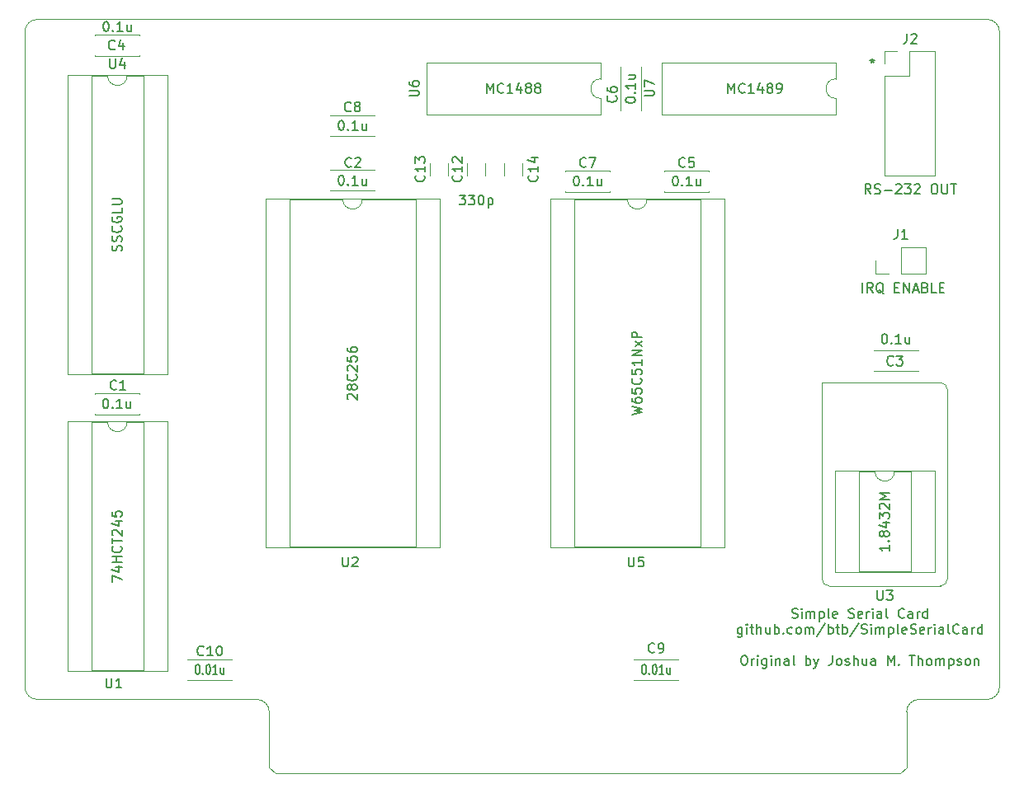
<source format=gbr>
%TF.GenerationSoftware,KiCad,Pcbnew,(6.0.8-1)-1*%
%TF.CreationDate,2022-10-18T00:20:39-07:00*%
%TF.ProjectId,SimpleSerialCard,53696d70-6c65-4536-9572-69616c436172,rev?*%
%TF.SameCoordinates,Original*%
%TF.FileFunction,Legend,Top*%
%TF.FilePolarity,Positive*%
%FSLAX46Y46*%
G04 Gerber Fmt 4.6, Leading zero omitted, Abs format (unit mm)*
G04 Created by KiCad (PCBNEW (6.0.8-1)-1) date 2022-10-18 00:20:39*
%MOMM*%
%LPD*%
G01*
G04 APERTURE LIST*
%TA.AperFunction,Profile*%
%ADD10C,0.100000*%
%TD*%
%ADD11C,0.150000*%
%ADD12C,0.120000*%
G04 APERTURE END LIST*
D10*
X201002500Y-50038000D02*
X103542500Y-50038000D01*
X103542500Y-119888000D02*
X126072500Y-119888000D01*
X194017500Y-119888000D02*
G75*
G03*
X192747500Y-121158000I0J-1270000D01*
G01*
X194017500Y-119888000D02*
X201002500Y-119888000D01*
X103542500Y-50038000D02*
G75*
G03*
X102272500Y-51308000I0J-1270000D01*
G01*
X102272500Y-118618000D02*
X102272500Y-51308000D01*
X201002500Y-119888000D02*
G75*
G03*
X202272500Y-118618000I0J1270000D01*
G01*
X102272500Y-118618000D02*
G75*
G03*
X103542500Y-119888000I1270000J0D01*
G01*
X127342500Y-121158000D02*
G75*
G03*
X126072500Y-119888000I-1270000J0D01*
G01*
X192112500Y-127508000D02*
X127977500Y-127508000D01*
X192747500Y-126873000D02*
X192112500Y-127508000D01*
X127342500Y-126873000D02*
X127977500Y-127508000D01*
X192747500Y-121158000D02*
X192747500Y-126873000D01*
X202272500Y-51308000D02*
G75*
G03*
X201002500Y-50038000I-1270000J0D01*
G01*
X202272500Y-118618000D02*
X202272500Y-51308000D01*
X127342500Y-121158000D02*
X127342500Y-126873000D01*
D11*
X180983809Y-111484761D02*
X181126666Y-111532380D01*
X181364761Y-111532380D01*
X181460000Y-111484761D01*
X181507619Y-111437142D01*
X181555238Y-111341904D01*
X181555238Y-111246666D01*
X181507619Y-111151428D01*
X181460000Y-111103809D01*
X181364761Y-111056190D01*
X181174285Y-111008571D01*
X181079047Y-110960952D01*
X181031428Y-110913333D01*
X180983809Y-110818095D01*
X180983809Y-110722857D01*
X181031428Y-110627619D01*
X181079047Y-110580000D01*
X181174285Y-110532380D01*
X181412380Y-110532380D01*
X181555238Y-110580000D01*
X181983809Y-111532380D02*
X181983809Y-110865714D01*
X181983809Y-110532380D02*
X181936190Y-110580000D01*
X181983809Y-110627619D01*
X182031428Y-110580000D01*
X181983809Y-110532380D01*
X181983809Y-110627619D01*
X182460000Y-111532380D02*
X182460000Y-110865714D01*
X182460000Y-110960952D02*
X182507619Y-110913333D01*
X182602857Y-110865714D01*
X182745714Y-110865714D01*
X182840952Y-110913333D01*
X182888571Y-111008571D01*
X182888571Y-111532380D01*
X182888571Y-111008571D02*
X182936190Y-110913333D01*
X183031428Y-110865714D01*
X183174285Y-110865714D01*
X183269523Y-110913333D01*
X183317142Y-111008571D01*
X183317142Y-111532380D01*
X183793333Y-110865714D02*
X183793333Y-111865714D01*
X183793333Y-110913333D02*
X183888571Y-110865714D01*
X184079047Y-110865714D01*
X184174285Y-110913333D01*
X184221904Y-110960952D01*
X184269523Y-111056190D01*
X184269523Y-111341904D01*
X184221904Y-111437142D01*
X184174285Y-111484761D01*
X184079047Y-111532380D01*
X183888571Y-111532380D01*
X183793333Y-111484761D01*
X184840952Y-111532380D02*
X184745714Y-111484761D01*
X184698095Y-111389523D01*
X184698095Y-110532380D01*
X185602857Y-111484761D02*
X185507619Y-111532380D01*
X185317142Y-111532380D01*
X185221904Y-111484761D01*
X185174285Y-111389523D01*
X185174285Y-111008571D01*
X185221904Y-110913333D01*
X185317142Y-110865714D01*
X185507619Y-110865714D01*
X185602857Y-110913333D01*
X185650476Y-111008571D01*
X185650476Y-111103809D01*
X185174285Y-111199047D01*
X186793333Y-111484761D02*
X186936190Y-111532380D01*
X187174285Y-111532380D01*
X187269523Y-111484761D01*
X187317142Y-111437142D01*
X187364761Y-111341904D01*
X187364761Y-111246666D01*
X187317142Y-111151428D01*
X187269523Y-111103809D01*
X187174285Y-111056190D01*
X186983809Y-111008571D01*
X186888571Y-110960952D01*
X186840952Y-110913333D01*
X186793333Y-110818095D01*
X186793333Y-110722857D01*
X186840952Y-110627619D01*
X186888571Y-110580000D01*
X186983809Y-110532380D01*
X187221904Y-110532380D01*
X187364761Y-110580000D01*
X188174285Y-111484761D02*
X188079047Y-111532380D01*
X187888571Y-111532380D01*
X187793333Y-111484761D01*
X187745714Y-111389523D01*
X187745714Y-111008571D01*
X187793333Y-110913333D01*
X187888571Y-110865714D01*
X188079047Y-110865714D01*
X188174285Y-110913333D01*
X188221904Y-111008571D01*
X188221904Y-111103809D01*
X187745714Y-111199047D01*
X188650476Y-111532380D02*
X188650476Y-110865714D01*
X188650476Y-111056190D02*
X188698095Y-110960952D01*
X188745714Y-110913333D01*
X188840952Y-110865714D01*
X188936190Y-110865714D01*
X189269523Y-111532380D02*
X189269523Y-110865714D01*
X189269523Y-110532380D02*
X189221904Y-110580000D01*
X189269523Y-110627619D01*
X189317142Y-110580000D01*
X189269523Y-110532380D01*
X189269523Y-110627619D01*
X190174285Y-111532380D02*
X190174285Y-111008571D01*
X190126666Y-110913333D01*
X190031428Y-110865714D01*
X189840952Y-110865714D01*
X189745714Y-110913333D01*
X190174285Y-111484761D02*
X190079047Y-111532380D01*
X189840952Y-111532380D01*
X189745714Y-111484761D01*
X189698095Y-111389523D01*
X189698095Y-111294285D01*
X189745714Y-111199047D01*
X189840952Y-111151428D01*
X190079047Y-111151428D01*
X190174285Y-111103809D01*
X190793333Y-111532380D02*
X190698095Y-111484761D01*
X190650476Y-111389523D01*
X190650476Y-110532380D01*
X192507619Y-111437142D02*
X192460000Y-111484761D01*
X192317142Y-111532380D01*
X192221904Y-111532380D01*
X192079047Y-111484761D01*
X191983809Y-111389523D01*
X191936190Y-111294285D01*
X191888571Y-111103809D01*
X191888571Y-110960952D01*
X191936190Y-110770476D01*
X191983809Y-110675238D01*
X192079047Y-110580000D01*
X192221904Y-110532380D01*
X192317142Y-110532380D01*
X192460000Y-110580000D01*
X192507619Y-110627619D01*
X193364761Y-111532380D02*
X193364761Y-111008571D01*
X193317142Y-110913333D01*
X193221904Y-110865714D01*
X193031428Y-110865714D01*
X192936190Y-110913333D01*
X193364761Y-111484761D02*
X193269523Y-111532380D01*
X193031428Y-111532380D01*
X192936190Y-111484761D01*
X192888571Y-111389523D01*
X192888571Y-111294285D01*
X192936190Y-111199047D01*
X193031428Y-111151428D01*
X193269523Y-111151428D01*
X193364761Y-111103809D01*
X193840952Y-111532380D02*
X193840952Y-110865714D01*
X193840952Y-111056190D02*
X193888571Y-110960952D01*
X193936190Y-110913333D01*
X194031428Y-110865714D01*
X194126666Y-110865714D01*
X194888571Y-111532380D02*
X194888571Y-110532380D01*
X194888571Y-111484761D02*
X194793333Y-111532380D01*
X194602857Y-111532380D01*
X194507619Y-111484761D01*
X194460000Y-111437142D01*
X194412380Y-111341904D01*
X194412380Y-111056190D01*
X194460000Y-110960952D01*
X194507619Y-110913333D01*
X194602857Y-110865714D01*
X194793333Y-110865714D01*
X194888571Y-110913333D01*
X175864761Y-112475714D02*
X175864761Y-113285238D01*
X175817142Y-113380476D01*
X175769523Y-113428095D01*
X175674285Y-113475714D01*
X175531428Y-113475714D01*
X175436190Y-113428095D01*
X175864761Y-113094761D02*
X175769523Y-113142380D01*
X175579047Y-113142380D01*
X175483809Y-113094761D01*
X175436190Y-113047142D01*
X175388571Y-112951904D01*
X175388571Y-112666190D01*
X175436190Y-112570952D01*
X175483809Y-112523333D01*
X175579047Y-112475714D01*
X175769523Y-112475714D01*
X175864761Y-112523333D01*
X176340952Y-113142380D02*
X176340952Y-112475714D01*
X176340952Y-112142380D02*
X176293333Y-112190000D01*
X176340952Y-112237619D01*
X176388571Y-112190000D01*
X176340952Y-112142380D01*
X176340952Y-112237619D01*
X176674285Y-112475714D02*
X177055238Y-112475714D01*
X176817142Y-112142380D02*
X176817142Y-112999523D01*
X176864761Y-113094761D01*
X176960000Y-113142380D01*
X177055238Y-113142380D01*
X177388571Y-113142380D02*
X177388571Y-112142380D01*
X177817142Y-113142380D02*
X177817142Y-112618571D01*
X177769523Y-112523333D01*
X177674285Y-112475714D01*
X177531428Y-112475714D01*
X177436190Y-112523333D01*
X177388571Y-112570952D01*
X178721904Y-112475714D02*
X178721904Y-113142380D01*
X178293333Y-112475714D02*
X178293333Y-112999523D01*
X178340952Y-113094761D01*
X178436190Y-113142380D01*
X178579047Y-113142380D01*
X178674285Y-113094761D01*
X178721904Y-113047142D01*
X179198095Y-113142380D02*
X179198095Y-112142380D01*
X179198095Y-112523333D02*
X179293333Y-112475714D01*
X179483809Y-112475714D01*
X179579047Y-112523333D01*
X179626666Y-112570952D01*
X179674285Y-112666190D01*
X179674285Y-112951904D01*
X179626666Y-113047142D01*
X179579047Y-113094761D01*
X179483809Y-113142380D01*
X179293333Y-113142380D01*
X179198095Y-113094761D01*
X180102857Y-113047142D02*
X180150476Y-113094761D01*
X180102857Y-113142380D01*
X180055238Y-113094761D01*
X180102857Y-113047142D01*
X180102857Y-113142380D01*
X181007619Y-113094761D02*
X180912380Y-113142380D01*
X180721904Y-113142380D01*
X180626666Y-113094761D01*
X180579047Y-113047142D01*
X180531428Y-112951904D01*
X180531428Y-112666190D01*
X180579047Y-112570952D01*
X180626666Y-112523333D01*
X180721904Y-112475714D01*
X180912380Y-112475714D01*
X181007619Y-112523333D01*
X181579047Y-113142380D02*
X181483809Y-113094761D01*
X181436190Y-113047142D01*
X181388571Y-112951904D01*
X181388571Y-112666190D01*
X181436190Y-112570952D01*
X181483809Y-112523333D01*
X181579047Y-112475714D01*
X181721904Y-112475714D01*
X181817142Y-112523333D01*
X181864761Y-112570952D01*
X181912380Y-112666190D01*
X181912380Y-112951904D01*
X181864761Y-113047142D01*
X181817142Y-113094761D01*
X181721904Y-113142380D01*
X181579047Y-113142380D01*
X182340952Y-113142380D02*
X182340952Y-112475714D01*
X182340952Y-112570952D02*
X182388571Y-112523333D01*
X182483809Y-112475714D01*
X182626666Y-112475714D01*
X182721904Y-112523333D01*
X182769523Y-112618571D01*
X182769523Y-113142380D01*
X182769523Y-112618571D02*
X182817142Y-112523333D01*
X182912380Y-112475714D01*
X183055238Y-112475714D01*
X183150476Y-112523333D01*
X183198095Y-112618571D01*
X183198095Y-113142380D01*
X184388571Y-112094761D02*
X183531428Y-113380476D01*
X184721904Y-113142380D02*
X184721904Y-112142380D01*
X184721904Y-112523333D02*
X184817142Y-112475714D01*
X185007619Y-112475714D01*
X185102857Y-112523333D01*
X185150476Y-112570952D01*
X185198095Y-112666190D01*
X185198095Y-112951904D01*
X185150476Y-113047142D01*
X185102857Y-113094761D01*
X185007619Y-113142380D01*
X184817142Y-113142380D01*
X184721904Y-113094761D01*
X185483809Y-112475714D02*
X185864761Y-112475714D01*
X185626666Y-112142380D02*
X185626666Y-112999523D01*
X185674285Y-113094761D01*
X185769523Y-113142380D01*
X185864761Y-113142380D01*
X186198095Y-113142380D02*
X186198095Y-112142380D01*
X186198095Y-112523333D02*
X186293333Y-112475714D01*
X186483809Y-112475714D01*
X186579047Y-112523333D01*
X186626666Y-112570952D01*
X186674285Y-112666190D01*
X186674285Y-112951904D01*
X186626666Y-113047142D01*
X186579047Y-113094761D01*
X186483809Y-113142380D01*
X186293333Y-113142380D01*
X186198095Y-113094761D01*
X187817142Y-112094761D02*
X186959999Y-113380476D01*
X188102857Y-113094761D02*
X188245714Y-113142380D01*
X188483809Y-113142380D01*
X188579047Y-113094761D01*
X188626666Y-113047142D01*
X188674285Y-112951904D01*
X188674285Y-112856666D01*
X188626666Y-112761428D01*
X188579047Y-112713809D01*
X188483809Y-112666190D01*
X188293333Y-112618571D01*
X188198095Y-112570952D01*
X188150476Y-112523333D01*
X188102857Y-112428095D01*
X188102857Y-112332857D01*
X188150476Y-112237619D01*
X188198095Y-112190000D01*
X188293333Y-112142380D01*
X188531428Y-112142380D01*
X188674285Y-112190000D01*
X189102857Y-113142380D02*
X189102857Y-112475714D01*
X189102857Y-112142380D02*
X189055238Y-112190000D01*
X189102857Y-112237619D01*
X189150476Y-112190000D01*
X189102857Y-112142380D01*
X189102857Y-112237619D01*
X189579047Y-113142380D02*
X189579047Y-112475714D01*
X189579047Y-112570952D02*
X189626666Y-112523333D01*
X189721904Y-112475714D01*
X189864761Y-112475714D01*
X189959999Y-112523333D01*
X190007619Y-112618571D01*
X190007619Y-113142380D01*
X190007619Y-112618571D02*
X190055238Y-112523333D01*
X190150476Y-112475714D01*
X190293333Y-112475714D01*
X190388571Y-112523333D01*
X190436190Y-112618571D01*
X190436190Y-113142380D01*
X190912380Y-112475714D02*
X190912380Y-113475714D01*
X190912380Y-112523333D02*
X191007619Y-112475714D01*
X191198095Y-112475714D01*
X191293333Y-112523333D01*
X191340952Y-112570952D01*
X191388571Y-112666190D01*
X191388571Y-112951904D01*
X191340952Y-113047142D01*
X191293333Y-113094761D01*
X191198095Y-113142380D01*
X191007619Y-113142380D01*
X190912380Y-113094761D01*
X191959999Y-113142380D02*
X191864761Y-113094761D01*
X191817142Y-112999523D01*
X191817142Y-112142380D01*
X192721904Y-113094761D02*
X192626666Y-113142380D01*
X192436190Y-113142380D01*
X192340952Y-113094761D01*
X192293333Y-112999523D01*
X192293333Y-112618571D01*
X192340952Y-112523333D01*
X192436190Y-112475714D01*
X192626666Y-112475714D01*
X192721904Y-112523333D01*
X192769523Y-112618571D01*
X192769523Y-112713809D01*
X192293333Y-112809047D01*
X193150476Y-113094761D02*
X193293333Y-113142380D01*
X193531428Y-113142380D01*
X193626666Y-113094761D01*
X193674285Y-113047142D01*
X193721904Y-112951904D01*
X193721904Y-112856666D01*
X193674285Y-112761428D01*
X193626666Y-112713809D01*
X193531428Y-112666190D01*
X193340952Y-112618571D01*
X193245714Y-112570952D01*
X193198095Y-112523333D01*
X193150476Y-112428095D01*
X193150476Y-112332857D01*
X193198095Y-112237619D01*
X193245714Y-112190000D01*
X193340952Y-112142380D01*
X193579047Y-112142380D01*
X193721904Y-112190000D01*
X194531428Y-113094761D02*
X194436190Y-113142380D01*
X194245714Y-113142380D01*
X194150476Y-113094761D01*
X194102857Y-112999523D01*
X194102857Y-112618571D01*
X194150476Y-112523333D01*
X194245714Y-112475714D01*
X194436190Y-112475714D01*
X194531428Y-112523333D01*
X194579047Y-112618571D01*
X194579047Y-112713809D01*
X194102857Y-112809047D01*
X195007619Y-113142380D02*
X195007619Y-112475714D01*
X195007619Y-112666190D02*
X195055238Y-112570952D01*
X195102857Y-112523333D01*
X195198095Y-112475714D01*
X195293333Y-112475714D01*
X195626666Y-113142380D02*
X195626666Y-112475714D01*
X195626666Y-112142380D02*
X195579047Y-112190000D01*
X195626666Y-112237619D01*
X195674285Y-112190000D01*
X195626666Y-112142380D01*
X195626666Y-112237619D01*
X196531428Y-113142380D02*
X196531428Y-112618571D01*
X196483809Y-112523333D01*
X196388571Y-112475714D01*
X196198095Y-112475714D01*
X196102857Y-112523333D01*
X196531428Y-113094761D02*
X196436190Y-113142380D01*
X196198095Y-113142380D01*
X196102857Y-113094761D01*
X196055238Y-112999523D01*
X196055238Y-112904285D01*
X196102857Y-112809047D01*
X196198095Y-112761428D01*
X196436190Y-112761428D01*
X196531428Y-112713809D01*
X197150476Y-113142380D02*
X197055238Y-113094761D01*
X197007619Y-112999523D01*
X197007619Y-112142380D01*
X198102857Y-113047142D02*
X198055238Y-113094761D01*
X197912380Y-113142380D01*
X197817142Y-113142380D01*
X197674285Y-113094761D01*
X197579047Y-112999523D01*
X197531428Y-112904285D01*
X197483809Y-112713809D01*
X197483809Y-112570952D01*
X197531428Y-112380476D01*
X197579047Y-112285238D01*
X197674285Y-112190000D01*
X197817142Y-112142380D01*
X197912380Y-112142380D01*
X198055238Y-112190000D01*
X198102857Y-112237619D01*
X198959999Y-113142380D02*
X198959999Y-112618571D01*
X198912380Y-112523333D01*
X198817142Y-112475714D01*
X198626666Y-112475714D01*
X198531428Y-112523333D01*
X198959999Y-113094761D02*
X198864761Y-113142380D01*
X198626666Y-113142380D01*
X198531428Y-113094761D01*
X198483809Y-112999523D01*
X198483809Y-112904285D01*
X198531428Y-112809047D01*
X198626666Y-112761428D01*
X198864761Y-112761428D01*
X198959999Y-112713809D01*
X199436190Y-113142380D02*
X199436190Y-112475714D01*
X199436190Y-112666190D02*
X199483809Y-112570952D01*
X199531428Y-112523333D01*
X199626666Y-112475714D01*
X199721904Y-112475714D01*
X200483809Y-113142380D02*
X200483809Y-112142380D01*
X200483809Y-113094761D02*
X200388571Y-113142380D01*
X200198095Y-113142380D01*
X200102857Y-113094761D01*
X200055238Y-113047142D01*
X200007619Y-112951904D01*
X200007619Y-112666190D01*
X200055238Y-112570952D01*
X200102857Y-112523333D01*
X200198095Y-112475714D01*
X200388571Y-112475714D01*
X200483809Y-112523333D01*
X175983809Y-115362380D02*
X176174285Y-115362380D01*
X176269523Y-115410000D01*
X176364761Y-115505238D01*
X176412380Y-115695714D01*
X176412380Y-116029047D01*
X176364761Y-116219523D01*
X176269523Y-116314761D01*
X176174285Y-116362380D01*
X175983809Y-116362380D01*
X175888571Y-116314761D01*
X175793333Y-116219523D01*
X175745714Y-116029047D01*
X175745714Y-115695714D01*
X175793333Y-115505238D01*
X175888571Y-115410000D01*
X175983809Y-115362380D01*
X176840952Y-116362380D02*
X176840952Y-115695714D01*
X176840952Y-115886190D02*
X176888571Y-115790952D01*
X176936190Y-115743333D01*
X177031428Y-115695714D01*
X177126666Y-115695714D01*
X177460000Y-116362380D02*
X177460000Y-115695714D01*
X177460000Y-115362380D02*
X177412380Y-115410000D01*
X177460000Y-115457619D01*
X177507619Y-115410000D01*
X177460000Y-115362380D01*
X177460000Y-115457619D01*
X178364761Y-115695714D02*
X178364761Y-116505238D01*
X178317142Y-116600476D01*
X178269523Y-116648095D01*
X178174285Y-116695714D01*
X178031428Y-116695714D01*
X177936190Y-116648095D01*
X178364761Y-116314761D02*
X178269523Y-116362380D01*
X178079047Y-116362380D01*
X177983809Y-116314761D01*
X177936190Y-116267142D01*
X177888571Y-116171904D01*
X177888571Y-115886190D01*
X177936190Y-115790952D01*
X177983809Y-115743333D01*
X178079047Y-115695714D01*
X178269523Y-115695714D01*
X178364761Y-115743333D01*
X178840952Y-116362380D02*
X178840952Y-115695714D01*
X178840952Y-115362380D02*
X178793333Y-115410000D01*
X178840952Y-115457619D01*
X178888571Y-115410000D01*
X178840952Y-115362380D01*
X178840952Y-115457619D01*
X179317142Y-115695714D02*
X179317142Y-116362380D01*
X179317142Y-115790952D02*
X179364761Y-115743333D01*
X179460000Y-115695714D01*
X179602857Y-115695714D01*
X179698095Y-115743333D01*
X179745714Y-115838571D01*
X179745714Y-116362380D01*
X180650476Y-116362380D02*
X180650476Y-115838571D01*
X180602857Y-115743333D01*
X180507619Y-115695714D01*
X180317142Y-115695714D01*
X180221904Y-115743333D01*
X180650476Y-116314761D02*
X180555238Y-116362380D01*
X180317142Y-116362380D01*
X180221904Y-116314761D01*
X180174285Y-116219523D01*
X180174285Y-116124285D01*
X180221904Y-116029047D01*
X180317142Y-115981428D01*
X180555238Y-115981428D01*
X180650476Y-115933809D01*
X181269523Y-116362380D02*
X181174285Y-116314761D01*
X181126666Y-116219523D01*
X181126666Y-115362380D01*
X182412380Y-116362380D02*
X182412380Y-115362380D01*
X182412380Y-115743333D02*
X182507619Y-115695714D01*
X182698095Y-115695714D01*
X182793333Y-115743333D01*
X182840952Y-115790952D01*
X182888571Y-115886190D01*
X182888571Y-116171904D01*
X182840952Y-116267142D01*
X182793333Y-116314761D01*
X182698095Y-116362380D01*
X182507619Y-116362380D01*
X182412380Y-116314761D01*
X183221904Y-115695714D02*
X183460000Y-116362380D01*
X183698095Y-115695714D02*
X183460000Y-116362380D01*
X183364761Y-116600476D01*
X183317142Y-116648095D01*
X183221904Y-116695714D01*
X185126666Y-115362380D02*
X185126666Y-116076666D01*
X185079047Y-116219523D01*
X184983809Y-116314761D01*
X184840952Y-116362380D01*
X184745714Y-116362380D01*
X185745714Y-116362380D02*
X185650476Y-116314761D01*
X185602857Y-116267142D01*
X185555238Y-116171904D01*
X185555238Y-115886190D01*
X185602857Y-115790952D01*
X185650476Y-115743333D01*
X185745714Y-115695714D01*
X185888571Y-115695714D01*
X185983809Y-115743333D01*
X186031428Y-115790952D01*
X186079047Y-115886190D01*
X186079047Y-116171904D01*
X186031428Y-116267142D01*
X185983809Y-116314761D01*
X185888571Y-116362380D01*
X185745714Y-116362380D01*
X186460000Y-116314761D02*
X186555238Y-116362380D01*
X186745714Y-116362380D01*
X186840952Y-116314761D01*
X186888571Y-116219523D01*
X186888571Y-116171904D01*
X186840952Y-116076666D01*
X186745714Y-116029047D01*
X186602857Y-116029047D01*
X186507619Y-115981428D01*
X186460000Y-115886190D01*
X186460000Y-115838571D01*
X186507619Y-115743333D01*
X186602857Y-115695714D01*
X186745714Y-115695714D01*
X186840952Y-115743333D01*
X187317142Y-116362380D02*
X187317142Y-115362380D01*
X187745714Y-116362380D02*
X187745714Y-115838571D01*
X187698095Y-115743333D01*
X187602857Y-115695714D01*
X187460000Y-115695714D01*
X187364761Y-115743333D01*
X187317142Y-115790952D01*
X188650476Y-115695714D02*
X188650476Y-116362380D01*
X188221904Y-115695714D02*
X188221904Y-116219523D01*
X188269523Y-116314761D01*
X188364761Y-116362380D01*
X188507619Y-116362380D01*
X188602857Y-116314761D01*
X188650476Y-116267142D01*
X189555238Y-116362380D02*
X189555238Y-115838571D01*
X189507619Y-115743333D01*
X189412380Y-115695714D01*
X189221904Y-115695714D01*
X189126666Y-115743333D01*
X189555238Y-116314761D02*
X189460000Y-116362380D01*
X189221904Y-116362380D01*
X189126666Y-116314761D01*
X189079047Y-116219523D01*
X189079047Y-116124285D01*
X189126666Y-116029047D01*
X189221904Y-115981428D01*
X189460000Y-115981428D01*
X189555238Y-115933809D01*
X190793333Y-116362380D02*
X190793333Y-115362380D01*
X191126666Y-116076666D01*
X191460000Y-115362380D01*
X191460000Y-116362380D01*
X191936190Y-116267142D02*
X191983809Y-116314761D01*
X191936190Y-116362380D01*
X191888571Y-116314761D01*
X191936190Y-116267142D01*
X191936190Y-116362380D01*
X193031428Y-115362380D02*
X193602857Y-115362380D01*
X193317142Y-116362380D02*
X193317142Y-115362380D01*
X193936190Y-116362380D02*
X193936190Y-115362380D01*
X194364761Y-116362380D02*
X194364761Y-115838571D01*
X194317142Y-115743333D01*
X194221904Y-115695714D01*
X194079047Y-115695714D01*
X193983809Y-115743333D01*
X193936190Y-115790952D01*
X194983809Y-116362380D02*
X194888571Y-116314761D01*
X194840952Y-116267142D01*
X194793333Y-116171904D01*
X194793333Y-115886190D01*
X194840952Y-115790952D01*
X194888571Y-115743333D01*
X194983809Y-115695714D01*
X195126666Y-115695714D01*
X195221904Y-115743333D01*
X195269523Y-115790952D01*
X195317142Y-115886190D01*
X195317142Y-116171904D01*
X195269523Y-116267142D01*
X195221904Y-116314761D01*
X195126666Y-116362380D01*
X194983809Y-116362380D01*
X195745714Y-116362380D02*
X195745714Y-115695714D01*
X195745714Y-115790952D02*
X195793333Y-115743333D01*
X195888571Y-115695714D01*
X196031428Y-115695714D01*
X196126666Y-115743333D01*
X196174285Y-115838571D01*
X196174285Y-116362380D01*
X196174285Y-115838571D02*
X196221904Y-115743333D01*
X196317142Y-115695714D01*
X196460000Y-115695714D01*
X196555238Y-115743333D01*
X196602857Y-115838571D01*
X196602857Y-116362380D01*
X197079047Y-115695714D02*
X197079047Y-116695714D01*
X197079047Y-115743333D02*
X197174285Y-115695714D01*
X197364761Y-115695714D01*
X197460000Y-115743333D01*
X197507619Y-115790952D01*
X197555238Y-115886190D01*
X197555238Y-116171904D01*
X197507619Y-116267142D01*
X197460000Y-116314761D01*
X197364761Y-116362380D01*
X197174285Y-116362380D01*
X197079047Y-116314761D01*
X197936190Y-116314761D02*
X198031428Y-116362380D01*
X198221904Y-116362380D01*
X198317142Y-116314761D01*
X198364761Y-116219523D01*
X198364761Y-116171904D01*
X198317142Y-116076666D01*
X198221904Y-116029047D01*
X198079047Y-116029047D01*
X197983809Y-115981428D01*
X197936190Y-115886190D01*
X197936190Y-115838571D01*
X197983809Y-115743333D01*
X198079047Y-115695714D01*
X198221904Y-115695714D01*
X198317142Y-115743333D01*
X198936190Y-116362380D02*
X198840952Y-116314761D01*
X198793333Y-116267142D01*
X198745714Y-116171904D01*
X198745714Y-115886190D01*
X198793333Y-115790952D01*
X198840952Y-115743333D01*
X198936190Y-115695714D01*
X199079047Y-115695714D01*
X199174285Y-115743333D01*
X199221904Y-115790952D01*
X199269523Y-115886190D01*
X199269523Y-116171904D01*
X199221904Y-116267142D01*
X199174285Y-116314761D01*
X199079047Y-116362380D01*
X198936190Y-116362380D01*
X199698095Y-115695714D02*
X199698095Y-116362380D01*
X199698095Y-115790952D02*
X199745714Y-115743333D01*
X199840952Y-115695714D01*
X199983809Y-115695714D01*
X200079047Y-115743333D01*
X200126666Y-115838571D01*
X200126666Y-116362380D01*
X189230000Y-54057380D02*
X189230000Y-54295476D01*
X188991904Y-54200238D02*
X189230000Y-54295476D01*
X189468095Y-54200238D01*
X189087142Y-54485952D02*
X189230000Y-54295476D01*
X189372857Y-54485952D01*
%TO.C,J2*%
X192770166Y-51522380D02*
X192770166Y-52236666D01*
X192722547Y-52379523D01*
X192627309Y-52474761D01*
X192484452Y-52522380D01*
X192389214Y-52522380D01*
X193198738Y-51617619D02*
X193246357Y-51570000D01*
X193341595Y-51522380D01*
X193579690Y-51522380D01*
X193674928Y-51570000D01*
X193722547Y-51617619D01*
X193770166Y-51712857D01*
X193770166Y-51808095D01*
X193722547Y-51950952D01*
X193151119Y-52522380D01*
X193770166Y-52522380D01*
X189079690Y-67952880D02*
X188746357Y-67476690D01*
X188508261Y-67952880D02*
X188508261Y-66952880D01*
X188889214Y-66952880D01*
X188984452Y-67000500D01*
X189032071Y-67048119D01*
X189079690Y-67143357D01*
X189079690Y-67286214D01*
X189032071Y-67381452D01*
X188984452Y-67429071D01*
X188889214Y-67476690D01*
X188508261Y-67476690D01*
X189460642Y-67905261D02*
X189603500Y-67952880D01*
X189841595Y-67952880D01*
X189936833Y-67905261D01*
X189984452Y-67857642D01*
X190032071Y-67762404D01*
X190032071Y-67667166D01*
X189984452Y-67571928D01*
X189936833Y-67524309D01*
X189841595Y-67476690D01*
X189651119Y-67429071D01*
X189555880Y-67381452D01*
X189508261Y-67333833D01*
X189460642Y-67238595D01*
X189460642Y-67143357D01*
X189508261Y-67048119D01*
X189555880Y-67000500D01*
X189651119Y-66952880D01*
X189889214Y-66952880D01*
X190032071Y-67000500D01*
X190460642Y-67571928D02*
X191222547Y-67571928D01*
X191651119Y-67048119D02*
X191698738Y-67000500D01*
X191793976Y-66952880D01*
X192032071Y-66952880D01*
X192127309Y-67000500D01*
X192174928Y-67048119D01*
X192222547Y-67143357D01*
X192222547Y-67238595D01*
X192174928Y-67381452D01*
X191603500Y-67952880D01*
X192222547Y-67952880D01*
X192555880Y-66952880D02*
X193174928Y-66952880D01*
X192841595Y-67333833D01*
X192984452Y-67333833D01*
X193079690Y-67381452D01*
X193127309Y-67429071D01*
X193174928Y-67524309D01*
X193174928Y-67762404D01*
X193127309Y-67857642D01*
X193079690Y-67905261D01*
X192984452Y-67952880D01*
X192698738Y-67952880D01*
X192603500Y-67905261D01*
X192555880Y-67857642D01*
X193555880Y-67048119D02*
X193603500Y-67000500D01*
X193698738Y-66952880D01*
X193936833Y-66952880D01*
X194032071Y-67000500D01*
X194079690Y-67048119D01*
X194127309Y-67143357D01*
X194127309Y-67238595D01*
X194079690Y-67381452D01*
X193508261Y-67952880D01*
X194127309Y-67952880D01*
X195508261Y-66952880D02*
X195698738Y-66952880D01*
X195793976Y-67000500D01*
X195889214Y-67095738D01*
X195936833Y-67286214D01*
X195936833Y-67619547D01*
X195889214Y-67810023D01*
X195793976Y-67905261D01*
X195698738Y-67952880D01*
X195508261Y-67952880D01*
X195413023Y-67905261D01*
X195317785Y-67810023D01*
X195270166Y-67619547D01*
X195270166Y-67286214D01*
X195317785Y-67095738D01*
X195413023Y-67000500D01*
X195508261Y-66952880D01*
X196365404Y-66952880D02*
X196365404Y-67762404D01*
X196413023Y-67857642D01*
X196460642Y-67905261D01*
X196555880Y-67952880D01*
X196746357Y-67952880D01*
X196841595Y-67905261D01*
X196889214Y-67857642D01*
X196936833Y-67762404D01*
X196936833Y-66952880D01*
X197270166Y-66952880D02*
X197841595Y-66952880D01*
X197555880Y-67952880D02*
X197555880Y-66952880D01*
%TO.C,U1*%
X110617095Y-117689380D02*
X110617095Y-118498904D01*
X110664714Y-118594142D01*
X110712333Y-118641761D01*
X110807571Y-118689380D01*
X110998047Y-118689380D01*
X111093285Y-118641761D01*
X111140904Y-118594142D01*
X111188523Y-118498904D01*
X111188523Y-117689380D01*
X112188523Y-118689380D02*
X111617095Y-118689380D01*
X111902809Y-118689380D02*
X111902809Y-117689380D01*
X111807571Y-117832238D01*
X111712333Y-117927476D01*
X111617095Y-117975095D01*
X111212380Y-107782857D02*
X111212380Y-107116190D01*
X112212380Y-107544761D01*
X111545714Y-106306666D02*
X112212380Y-106306666D01*
X111164761Y-106544761D02*
X111879047Y-106782857D01*
X111879047Y-106163809D01*
X112212380Y-105782857D02*
X111212380Y-105782857D01*
X111688571Y-105782857D02*
X111688571Y-105211428D01*
X112212380Y-105211428D02*
X111212380Y-105211428D01*
X112117142Y-104163809D02*
X112164761Y-104211428D01*
X112212380Y-104354285D01*
X112212380Y-104449523D01*
X112164761Y-104592380D01*
X112069523Y-104687619D01*
X111974285Y-104735238D01*
X111783809Y-104782857D01*
X111640952Y-104782857D01*
X111450476Y-104735238D01*
X111355238Y-104687619D01*
X111260000Y-104592380D01*
X111212380Y-104449523D01*
X111212380Y-104354285D01*
X111260000Y-104211428D01*
X111307619Y-104163809D01*
X111212380Y-103878095D02*
X111212380Y-103306666D01*
X112212380Y-103592380D02*
X111212380Y-103592380D01*
X111307619Y-103020952D02*
X111260000Y-102973333D01*
X111212380Y-102878095D01*
X111212380Y-102640000D01*
X111260000Y-102544761D01*
X111307619Y-102497142D01*
X111402857Y-102449523D01*
X111498095Y-102449523D01*
X111640952Y-102497142D01*
X112212380Y-103068571D01*
X112212380Y-102449523D01*
X111545714Y-101592380D02*
X112212380Y-101592380D01*
X111164761Y-101830476D02*
X111879047Y-102068571D01*
X111879047Y-101449523D01*
X111212380Y-100592380D02*
X111212380Y-101068571D01*
X111688571Y-101116190D01*
X111640952Y-101068571D01*
X111593333Y-100973333D01*
X111593333Y-100735238D01*
X111640952Y-100640000D01*
X111688571Y-100592380D01*
X111783809Y-100544761D01*
X112021904Y-100544761D01*
X112117142Y-100592380D01*
X112164761Y-100640000D01*
X112212380Y-100735238D01*
X112212380Y-100973333D01*
X112164761Y-101068571D01*
X112117142Y-101116190D01*
%TO.C,U2*%
X134874095Y-105243380D02*
X134874095Y-106052904D01*
X134921714Y-106148142D01*
X134969333Y-106195761D01*
X135064571Y-106243380D01*
X135255047Y-106243380D01*
X135350285Y-106195761D01*
X135397904Y-106148142D01*
X135445523Y-106052904D01*
X135445523Y-105243380D01*
X135874095Y-105338619D02*
X135921714Y-105291000D01*
X136016952Y-105243380D01*
X136255047Y-105243380D01*
X136350285Y-105291000D01*
X136397904Y-105338619D01*
X136445523Y-105433857D01*
X136445523Y-105529095D01*
X136397904Y-105671952D01*
X135826476Y-106243380D01*
X136445523Y-106243380D01*
X135437619Y-89050476D02*
X135390000Y-89002857D01*
X135342380Y-88907619D01*
X135342380Y-88669523D01*
X135390000Y-88574285D01*
X135437619Y-88526666D01*
X135532857Y-88479047D01*
X135628095Y-88479047D01*
X135770952Y-88526666D01*
X136342380Y-89098095D01*
X136342380Y-88479047D01*
X135770952Y-87907619D02*
X135723333Y-88002857D01*
X135675714Y-88050476D01*
X135580476Y-88098095D01*
X135532857Y-88098095D01*
X135437619Y-88050476D01*
X135390000Y-88002857D01*
X135342380Y-87907619D01*
X135342380Y-87717142D01*
X135390000Y-87621904D01*
X135437619Y-87574285D01*
X135532857Y-87526666D01*
X135580476Y-87526666D01*
X135675714Y-87574285D01*
X135723333Y-87621904D01*
X135770952Y-87717142D01*
X135770952Y-87907619D01*
X135818571Y-88002857D01*
X135866190Y-88050476D01*
X135961428Y-88098095D01*
X136151904Y-88098095D01*
X136247142Y-88050476D01*
X136294761Y-88002857D01*
X136342380Y-87907619D01*
X136342380Y-87717142D01*
X136294761Y-87621904D01*
X136247142Y-87574285D01*
X136151904Y-87526666D01*
X135961428Y-87526666D01*
X135866190Y-87574285D01*
X135818571Y-87621904D01*
X135770952Y-87717142D01*
X136247142Y-86526666D02*
X136294761Y-86574285D01*
X136342380Y-86717142D01*
X136342380Y-86812380D01*
X136294761Y-86955238D01*
X136199523Y-87050476D01*
X136104285Y-87098095D01*
X135913809Y-87145714D01*
X135770952Y-87145714D01*
X135580476Y-87098095D01*
X135485238Y-87050476D01*
X135390000Y-86955238D01*
X135342380Y-86812380D01*
X135342380Y-86717142D01*
X135390000Y-86574285D01*
X135437619Y-86526666D01*
X135437619Y-86145714D02*
X135390000Y-86098095D01*
X135342380Y-86002857D01*
X135342380Y-85764761D01*
X135390000Y-85669523D01*
X135437619Y-85621904D01*
X135532857Y-85574285D01*
X135628095Y-85574285D01*
X135770952Y-85621904D01*
X136342380Y-86193333D01*
X136342380Y-85574285D01*
X135342380Y-84669523D02*
X135342380Y-85145714D01*
X135818571Y-85193333D01*
X135770952Y-85145714D01*
X135723333Y-85050476D01*
X135723333Y-84812380D01*
X135770952Y-84717142D01*
X135818571Y-84669523D01*
X135913809Y-84621904D01*
X136151904Y-84621904D01*
X136247142Y-84669523D01*
X136294761Y-84717142D01*
X136342380Y-84812380D01*
X136342380Y-85050476D01*
X136294761Y-85145714D01*
X136247142Y-85193333D01*
X135342380Y-83764761D02*
X135342380Y-83955238D01*
X135390000Y-84050476D01*
X135437619Y-84098095D01*
X135580476Y-84193333D01*
X135770952Y-84240952D01*
X136151904Y-84240952D01*
X136247142Y-84193333D01*
X136294761Y-84145714D01*
X136342380Y-84050476D01*
X136342380Y-83860000D01*
X136294761Y-83764761D01*
X136247142Y-83717142D01*
X136151904Y-83669523D01*
X135913809Y-83669523D01*
X135818571Y-83717142D01*
X135770952Y-83764761D01*
X135723333Y-83860000D01*
X135723333Y-84050476D01*
X135770952Y-84145714D01*
X135818571Y-84193333D01*
X135913809Y-84240952D01*
%TO.C,U3*%
X189738095Y-108672380D02*
X189738095Y-109481904D01*
X189785714Y-109577142D01*
X189833333Y-109624761D01*
X189928571Y-109672380D01*
X190119047Y-109672380D01*
X190214285Y-109624761D01*
X190261904Y-109577142D01*
X190309523Y-109481904D01*
X190309523Y-108672380D01*
X190690476Y-108672380D02*
X191309523Y-108672380D01*
X190976190Y-109053333D01*
X191119047Y-109053333D01*
X191214285Y-109100952D01*
X191261904Y-109148571D01*
X191309523Y-109243809D01*
X191309523Y-109481904D01*
X191261904Y-109577142D01*
X191214285Y-109624761D01*
X191119047Y-109672380D01*
X190833333Y-109672380D01*
X190738095Y-109624761D01*
X190690476Y-109577142D01*
X190952380Y-104028571D02*
X190952380Y-104600000D01*
X190952380Y-104314285D02*
X189952380Y-104314285D01*
X190095238Y-104409523D01*
X190190476Y-104504761D01*
X190238095Y-104600000D01*
X190857142Y-103600000D02*
X190904761Y-103552380D01*
X190952380Y-103600000D01*
X190904761Y-103647619D01*
X190857142Y-103600000D01*
X190952380Y-103600000D01*
X190380952Y-102980952D02*
X190333333Y-103076190D01*
X190285714Y-103123809D01*
X190190476Y-103171428D01*
X190142857Y-103171428D01*
X190047619Y-103123809D01*
X190000000Y-103076190D01*
X189952380Y-102980952D01*
X189952380Y-102790476D01*
X190000000Y-102695238D01*
X190047619Y-102647619D01*
X190142857Y-102600000D01*
X190190476Y-102600000D01*
X190285714Y-102647619D01*
X190333333Y-102695238D01*
X190380952Y-102790476D01*
X190380952Y-102980952D01*
X190428571Y-103076190D01*
X190476190Y-103123809D01*
X190571428Y-103171428D01*
X190761904Y-103171428D01*
X190857142Y-103123809D01*
X190904761Y-103076190D01*
X190952380Y-102980952D01*
X190952380Y-102790476D01*
X190904761Y-102695238D01*
X190857142Y-102647619D01*
X190761904Y-102600000D01*
X190571428Y-102600000D01*
X190476190Y-102647619D01*
X190428571Y-102695238D01*
X190380952Y-102790476D01*
X190285714Y-101742857D02*
X190952380Y-101742857D01*
X189904761Y-101980952D02*
X190619047Y-102219047D01*
X190619047Y-101600000D01*
X189952380Y-101314285D02*
X189952380Y-100695238D01*
X190333333Y-101028571D01*
X190333333Y-100885714D01*
X190380952Y-100790476D01*
X190428571Y-100742857D01*
X190523809Y-100695238D01*
X190761904Y-100695238D01*
X190857142Y-100742857D01*
X190904761Y-100790476D01*
X190952380Y-100885714D01*
X190952380Y-101171428D01*
X190904761Y-101266666D01*
X190857142Y-101314285D01*
X190047619Y-100314285D02*
X190000000Y-100266666D01*
X189952380Y-100171428D01*
X189952380Y-99933333D01*
X190000000Y-99838095D01*
X190047619Y-99790476D01*
X190142857Y-99742857D01*
X190238095Y-99742857D01*
X190380952Y-99790476D01*
X190952380Y-100361904D01*
X190952380Y-99742857D01*
X190952380Y-99314285D02*
X189952380Y-99314285D01*
X190666666Y-98980952D01*
X189952380Y-98647619D01*
X190952380Y-98647619D01*
%TO.C,U7*%
X165822380Y-57911904D02*
X166631904Y-57911904D01*
X166727142Y-57864285D01*
X166774761Y-57816666D01*
X166822380Y-57721428D01*
X166822380Y-57530952D01*
X166774761Y-57435714D01*
X166727142Y-57388095D01*
X166631904Y-57340476D01*
X165822380Y-57340476D01*
X165822380Y-56959523D02*
X165822380Y-56292857D01*
X166822380Y-56721428D01*
X174426904Y-57602380D02*
X174426904Y-56602380D01*
X174760238Y-57316666D01*
X175093571Y-56602380D01*
X175093571Y-57602380D01*
X176141190Y-57507142D02*
X176093571Y-57554761D01*
X175950714Y-57602380D01*
X175855476Y-57602380D01*
X175712619Y-57554761D01*
X175617380Y-57459523D01*
X175569761Y-57364285D01*
X175522142Y-57173809D01*
X175522142Y-57030952D01*
X175569761Y-56840476D01*
X175617380Y-56745238D01*
X175712619Y-56650000D01*
X175855476Y-56602380D01*
X175950714Y-56602380D01*
X176093571Y-56650000D01*
X176141190Y-56697619D01*
X177093571Y-57602380D02*
X176522142Y-57602380D01*
X176807857Y-57602380D02*
X176807857Y-56602380D01*
X176712619Y-56745238D01*
X176617380Y-56840476D01*
X176522142Y-56888095D01*
X177950714Y-56935714D02*
X177950714Y-57602380D01*
X177712619Y-56554761D02*
X177474523Y-57269047D01*
X178093571Y-57269047D01*
X178617380Y-57030952D02*
X178522142Y-56983333D01*
X178474523Y-56935714D01*
X178426904Y-56840476D01*
X178426904Y-56792857D01*
X178474523Y-56697619D01*
X178522142Y-56650000D01*
X178617380Y-56602380D01*
X178807857Y-56602380D01*
X178903095Y-56650000D01*
X178950714Y-56697619D01*
X178998333Y-56792857D01*
X178998333Y-56840476D01*
X178950714Y-56935714D01*
X178903095Y-56983333D01*
X178807857Y-57030952D01*
X178617380Y-57030952D01*
X178522142Y-57078571D01*
X178474523Y-57126190D01*
X178426904Y-57221428D01*
X178426904Y-57411904D01*
X178474523Y-57507142D01*
X178522142Y-57554761D01*
X178617380Y-57602380D01*
X178807857Y-57602380D01*
X178903095Y-57554761D01*
X178950714Y-57507142D01*
X178998333Y-57411904D01*
X178998333Y-57221428D01*
X178950714Y-57126190D01*
X178903095Y-57078571D01*
X178807857Y-57030952D01*
X179474523Y-57602380D02*
X179665000Y-57602380D01*
X179760238Y-57554761D01*
X179807857Y-57507142D01*
X179903095Y-57364285D01*
X179950714Y-57173809D01*
X179950714Y-56792857D01*
X179903095Y-56697619D01*
X179855476Y-56650000D01*
X179760238Y-56602380D01*
X179569761Y-56602380D01*
X179474523Y-56650000D01*
X179426904Y-56697619D01*
X179379285Y-56792857D01*
X179379285Y-57030952D01*
X179426904Y-57126190D01*
X179474523Y-57173809D01*
X179569761Y-57221428D01*
X179760238Y-57221428D01*
X179855476Y-57173809D01*
X179903095Y-57126190D01*
X179950714Y-57030952D01*
%TO.C,C2*%
X135763333Y-65127142D02*
X135715714Y-65174761D01*
X135572857Y-65222380D01*
X135477619Y-65222380D01*
X135334761Y-65174761D01*
X135239523Y-65079523D01*
X135191904Y-64984285D01*
X135144285Y-64793809D01*
X135144285Y-64650952D01*
X135191904Y-64460476D01*
X135239523Y-64365238D01*
X135334761Y-64270000D01*
X135477619Y-64222380D01*
X135572857Y-64222380D01*
X135715714Y-64270000D01*
X135763333Y-64317619D01*
X136144285Y-64317619D02*
X136191904Y-64270000D01*
X136287142Y-64222380D01*
X136525238Y-64222380D01*
X136620476Y-64270000D01*
X136668095Y-64317619D01*
X136715714Y-64412857D01*
X136715714Y-64508095D01*
X136668095Y-64650952D01*
X136096666Y-65222380D01*
X136715714Y-65222380D01*
X134675714Y-66060380D02*
X134770952Y-66060380D01*
X134866190Y-66108000D01*
X134913809Y-66155619D01*
X134961428Y-66250857D01*
X135009047Y-66441333D01*
X135009047Y-66679428D01*
X134961428Y-66869904D01*
X134913809Y-66965142D01*
X134866190Y-67012761D01*
X134770952Y-67060380D01*
X134675714Y-67060380D01*
X134580476Y-67012761D01*
X134532857Y-66965142D01*
X134485238Y-66869904D01*
X134437619Y-66679428D01*
X134437619Y-66441333D01*
X134485238Y-66250857D01*
X134532857Y-66155619D01*
X134580476Y-66108000D01*
X134675714Y-66060380D01*
X135437619Y-66965142D02*
X135485238Y-67012761D01*
X135437619Y-67060380D01*
X135390000Y-67012761D01*
X135437619Y-66965142D01*
X135437619Y-67060380D01*
X136437619Y-67060380D02*
X135866190Y-67060380D01*
X136151904Y-67060380D02*
X136151904Y-66060380D01*
X136056666Y-66203238D01*
X135961428Y-66298476D01*
X135866190Y-66346095D01*
X137294761Y-66393714D02*
X137294761Y-67060380D01*
X136866190Y-66393714D02*
X136866190Y-66917523D01*
X136913809Y-67012761D01*
X137009047Y-67060380D01*
X137151904Y-67060380D01*
X137247142Y-67012761D01*
X137294761Y-66965142D01*
%TO.C,C3*%
X191372833Y-85510642D02*
X191325214Y-85558261D01*
X191182357Y-85605880D01*
X191087119Y-85605880D01*
X190944261Y-85558261D01*
X190849023Y-85463023D01*
X190801404Y-85367785D01*
X190753785Y-85177309D01*
X190753785Y-85034452D01*
X190801404Y-84843976D01*
X190849023Y-84748738D01*
X190944261Y-84653500D01*
X191087119Y-84605880D01*
X191182357Y-84605880D01*
X191325214Y-84653500D01*
X191372833Y-84701119D01*
X191706166Y-84605880D02*
X192325214Y-84605880D01*
X191991880Y-84986833D01*
X192134738Y-84986833D01*
X192229976Y-85034452D01*
X192277595Y-85082071D01*
X192325214Y-85177309D01*
X192325214Y-85415404D01*
X192277595Y-85510642D01*
X192229976Y-85558261D01*
X192134738Y-85605880D01*
X191849023Y-85605880D01*
X191753785Y-85558261D01*
X191706166Y-85510642D01*
X190428714Y-82342380D02*
X190523952Y-82342380D01*
X190619190Y-82390000D01*
X190666809Y-82437619D01*
X190714428Y-82532857D01*
X190762047Y-82723333D01*
X190762047Y-82961428D01*
X190714428Y-83151904D01*
X190666809Y-83247142D01*
X190619190Y-83294761D01*
X190523952Y-83342380D01*
X190428714Y-83342380D01*
X190333476Y-83294761D01*
X190285857Y-83247142D01*
X190238238Y-83151904D01*
X190190619Y-82961428D01*
X190190619Y-82723333D01*
X190238238Y-82532857D01*
X190285857Y-82437619D01*
X190333476Y-82390000D01*
X190428714Y-82342380D01*
X191190619Y-83247142D02*
X191238238Y-83294761D01*
X191190619Y-83342380D01*
X191143000Y-83294761D01*
X191190619Y-83247142D01*
X191190619Y-83342380D01*
X192190619Y-83342380D02*
X191619190Y-83342380D01*
X191904904Y-83342380D02*
X191904904Y-82342380D01*
X191809666Y-82485238D01*
X191714428Y-82580476D01*
X191619190Y-82628095D01*
X193047761Y-82675714D02*
X193047761Y-83342380D01*
X192619190Y-82675714D02*
X192619190Y-83199523D01*
X192666809Y-83294761D01*
X192762047Y-83342380D01*
X192904904Y-83342380D01*
X193000142Y-83294761D01*
X193047761Y-83247142D01*
%TO.C,C4*%
X111502533Y-53062142D02*
X111454914Y-53109761D01*
X111312057Y-53157380D01*
X111216819Y-53157380D01*
X111073961Y-53109761D01*
X110978723Y-53014523D01*
X110931104Y-52919285D01*
X110883485Y-52728809D01*
X110883485Y-52585952D01*
X110931104Y-52395476D01*
X110978723Y-52300238D01*
X111073961Y-52205000D01*
X111216819Y-52157380D01*
X111312057Y-52157380D01*
X111454914Y-52205000D01*
X111502533Y-52252619D01*
X112359676Y-52490714D02*
X112359676Y-53157380D01*
X112121580Y-52109761D02*
X111883485Y-52824047D01*
X112502533Y-52824047D01*
X110545714Y-50252380D02*
X110640952Y-50252380D01*
X110736190Y-50300000D01*
X110783809Y-50347619D01*
X110831428Y-50442857D01*
X110879047Y-50633333D01*
X110879047Y-50871428D01*
X110831428Y-51061904D01*
X110783809Y-51157142D01*
X110736190Y-51204761D01*
X110640952Y-51252380D01*
X110545714Y-51252380D01*
X110450476Y-51204761D01*
X110402857Y-51157142D01*
X110355238Y-51061904D01*
X110307619Y-50871428D01*
X110307619Y-50633333D01*
X110355238Y-50442857D01*
X110402857Y-50347619D01*
X110450476Y-50300000D01*
X110545714Y-50252380D01*
X111307619Y-51157142D02*
X111355238Y-51204761D01*
X111307619Y-51252380D01*
X111260000Y-51204761D01*
X111307619Y-51157142D01*
X111307619Y-51252380D01*
X112307619Y-51252380D02*
X111736190Y-51252380D01*
X112021904Y-51252380D02*
X112021904Y-50252380D01*
X111926666Y-50395238D01*
X111831428Y-50490476D01*
X111736190Y-50538095D01*
X113164761Y-50585714D02*
X113164761Y-51252380D01*
X112736190Y-50585714D02*
X112736190Y-51109523D01*
X112783809Y-51204761D01*
X112879047Y-51252380D01*
X113021904Y-51252380D01*
X113117142Y-51204761D01*
X113164761Y-51157142D01*
%TO.C,C5*%
X170013333Y-65127142D02*
X169965714Y-65174761D01*
X169822857Y-65222380D01*
X169727619Y-65222380D01*
X169584761Y-65174761D01*
X169489523Y-65079523D01*
X169441904Y-64984285D01*
X169394285Y-64793809D01*
X169394285Y-64650952D01*
X169441904Y-64460476D01*
X169489523Y-64365238D01*
X169584761Y-64270000D01*
X169727619Y-64222380D01*
X169822857Y-64222380D01*
X169965714Y-64270000D01*
X170013333Y-64317619D01*
X170918095Y-64222380D02*
X170441904Y-64222380D01*
X170394285Y-64698571D01*
X170441904Y-64650952D01*
X170537142Y-64603333D01*
X170775238Y-64603333D01*
X170870476Y-64650952D01*
X170918095Y-64698571D01*
X170965714Y-64793809D01*
X170965714Y-65031904D01*
X170918095Y-65127142D01*
X170870476Y-65174761D01*
X170775238Y-65222380D01*
X170537142Y-65222380D01*
X170441904Y-65174761D01*
X170394285Y-65127142D01*
X168965714Y-66127380D02*
X169060952Y-66127380D01*
X169156190Y-66175000D01*
X169203809Y-66222619D01*
X169251428Y-66317857D01*
X169299047Y-66508333D01*
X169299047Y-66746428D01*
X169251428Y-66936904D01*
X169203809Y-67032142D01*
X169156190Y-67079761D01*
X169060952Y-67127380D01*
X168965714Y-67127380D01*
X168870476Y-67079761D01*
X168822857Y-67032142D01*
X168775238Y-66936904D01*
X168727619Y-66746428D01*
X168727619Y-66508333D01*
X168775238Y-66317857D01*
X168822857Y-66222619D01*
X168870476Y-66175000D01*
X168965714Y-66127380D01*
X169727619Y-67032142D02*
X169775238Y-67079761D01*
X169727619Y-67127380D01*
X169680000Y-67079761D01*
X169727619Y-67032142D01*
X169727619Y-67127380D01*
X170727619Y-67127380D02*
X170156190Y-67127380D01*
X170441904Y-67127380D02*
X170441904Y-66127380D01*
X170346666Y-66270238D01*
X170251428Y-66365476D01*
X170156190Y-66413095D01*
X171584761Y-66460714D02*
X171584761Y-67127380D01*
X171156190Y-66460714D02*
X171156190Y-66984523D01*
X171203809Y-67079761D01*
X171299047Y-67127380D01*
X171441904Y-67127380D01*
X171537142Y-67079761D01*
X171584761Y-67032142D01*
%TO.C,C7*%
X159853333Y-65127142D02*
X159805714Y-65174761D01*
X159662857Y-65222380D01*
X159567619Y-65222380D01*
X159424761Y-65174761D01*
X159329523Y-65079523D01*
X159281904Y-64984285D01*
X159234285Y-64793809D01*
X159234285Y-64650952D01*
X159281904Y-64460476D01*
X159329523Y-64365238D01*
X159424761Y-64270000D01*
X159567619Y-64222380D01*
X159662857Y-64222380D01*
X159805714Y-64270000D01*
X159853333Y-64317619D01*
X160186666Y-64222380D02*
X160853333Y-64222380D01*
X160424761Y-65222380D01*
X158805714Y-66127380D02*
X158900952Y-66127380D01*
X158996190Y-66175000D01*
X159043809Y-66222619D01*
X159091428Y-66317857D01*
X159139047Y-66508333D01*
X159139047Y-66746428D01*
X159091428Y-66936904D01*
X159043809Y-67032142D01*
X158996190Y-67079761D01*
X158900952Y-67127380D01*
X158805714Y-67127380D01*
X158710476Y-67079761D01*
X158662857Y-67032142D01*
X158615238Y-66936904D01*
X158567619Y-66746428D01*
X158567619Y-66508333D01*
X158615238Y-66317857D01*
X158662857Y-66222619D01*
X158710476Y-66175000D01*
X158805714Y-66127380D01*
X159567619Y-67032142D02*
X159615238Y-67079761D01*
X159567619Y-67127380D01*
X159520000Y-67079761D01*
X159567619Y-67032142D01*
X159567619Y-67127380D01*
X160567619Y-67127380D02*
X159996190Y-67127380D01*
X160281904Y-67127380D02*
X160281904Y-66127380D01*
X160186666Y-66270238D01*
X160091428Y-66365476D01*
X159996190Y-66413095D01*
X161424761Y-66460714D02*
X161424761Y-67127380D01*
X160996190Y-66460714D02*
X160996190Y-66984523D01*
X161043809Y-67079761D01*
X161139047Y-67127380D01*
X161281904Y-67127380D01*
X161377142Y-67079761D01*
X161424761Y-67032142D01*
%TO.C,U5*%
X164211095Y-105243380D02*
X164211095Y-106052904D01*
X164258714Y-106148142D01*
X164306333Y-106195761D01*
X164401571Y-106243380D01*
X164592047Y-106243380D01*
X164687285Y-106195761D01*
X164734904Y-106148142D01*
X164782523Y-106052904D01*
X164782523Y-105243380D01*
X165734904Y-105243380D02*
X165258714Y-105243380D01*
X165211095Y-105719571D01*
X165258714Y-105671952D01*
X165353952Y-105624333D01*
X165592047Y-105624333D01*
X165687285Y-105671952D01*
X165734904Y-105719571D01*
X165782523Y-105814809D01*
X165782523Y-106052904D01*
X165734904Y-106148142D01*
X165687285Y-106195761D01*
X165592047Y-106243380D01*
X165353952Y-106243380D01*
X165258714Y-106195761D01*
X165211095Y-106148142D01*
X164552380Y-90621904D02*
X165552380Y-90383809D01*
X164838095Y-90193333D01*
X165552380Y-90002857D01*
X164552380Y-89764761D01*
X164552380Y-88955238D02*
X164552380Y-89145714D01*
X164600000Y-89240952D01*
X164647619Y-89288571D01*
X164790476Y-89383809D01*
X164980952Y-89431428D01*
X165361904Y-89431428D01*
X165457142Y-89383809D01*
X165504761Y-89336190D01*
X165552380Y-89240952D01*
X165552380Y-89050476D01*
X165504761Y-88955238D01*
X165457142Y-88907619D01*
X165361904Y-88860000D01*
X165123809Y-88860000D01*
X165028571Y-88907619D01*
X164980952Y-88955238D01*
X164933333Y-89050476D01*
X164933333Y-89240952D01*
X164980952Y-89336190D01*
X165028571Y-89383809D01*
X165123809Y-89431428D01*
X164552380Y-87955238D02*
X164552380Y-88431428D01*
X165028571Y-88479047D01*
X164980952Y-88431428D01*
X164933333Y-88336190D01*
X164933333Y-88098095D01*
X164980952Y-88002857D01*
X165028571Y-87955238D01*
X165123809Y-87907619D01*
X165361904Y-87907619D01*
X165457142Y-87955238D01*
X165504761Y-88002857D01*
X165552380Y-88098095D01*
X165552380Y-88336190D01*
X165504761Y-88431428D01*
X165457142Y-88479047D01*
X165457142Y-86907619D02*
X165504761Y-86955238D01*
X165552380Y-87098095D01*
X165552380Y-87193333D01*
X165504761Y-87336190D01*
X165409523Y-87431428D01*
X165314285Y-87479047D01*
X165123809Y-87526666D01*
X164980952Y-87526666D01*
X164790476Y-87479047D01*
X164695238Y-87431428D01*
X164600000Y-87336190D01*
X164552380Y-87193333D01*
X164552380Y-87098095D01*
X164600000Y-86955238D01*
X164647619Y-86907619D01*
X164552380Y-86002857D02*
X164552380Y-86479047D01*
X165028571Y-86526666D01*
X164980952Y-86479047D01*
X164933333Y-86383809D01*
X164933333Y-86145714D01*
X164980952Y-86050476D01*
X165028571Y-86002857D01*
X165123809Y-85955238D01*
X165361904Y-85955238D01*
X165457142Y-86002857D01*
X165504761Y-86050476D01*
X165552380Y-86145714D01*
X165552380Y-86383809D01*
X165504761Y-86479047D01*
X165457142Y-86526666D01*
X165552380Y-85002857D02*
X165552380Y-85574285D01*
X165552380Y-85288571D02*
X164552380Y-85288571D01*
X164695238Y-85383809D01*
X164790476Y-85479047D01*
X164838095Y-85574285D01*
X165552380Y-84574285D02*
X164552380Y-84574285D01*
X165552380Y-84002857D01*
X164552380Y-84002857D01*
X165552380Y-83621904D02*
X164885714Y-83098095D01*
X164885714Y-83621904D02*
X165552380Y-83098095D01*
X165552380Y-82717142D02*
X164552380Y-82717142D01*
X164552380Y-82336190D01*
X164600000Y-82240952D01*
X164647619Y-82193333D01*
X164742857Y-82145714D01*
X164885714Y-82145714D01*
X164980952Y-82193333D01*
X165028571Y-82240952D01*
X165076190Y-82336190D01*
X165076190Y-82717142D01*
%TO.C,C1*%
X111656833Y-87987142D02*
X111609214Y-88034761D01*
X111466357Y-88082380D01*
X111371119Y-88082380D01*
X111228261Y-88034761D01*
X111133023Y-87939523D01*
X111085404Y-87844285D01*
X111037785Y-87653809D01*
X111037785Y-87510952D01*
X111085404Y-87320476D01*
X111133023Y-87225238D01*
X111228261Y-87130000D01*
X111371119Y-87082380D01*
X111466357Y-87082380D01*
X111609214Y-87130000D01*
X111656833Y-87177619D01*
X112609214Y-88082380D02*
X112037785Y-88082380D01*
X112323500Y-88082380D02*
X112323500Y-87082380D01*
X112228261Y-87225238D01*
X112133023Y-87320476D01*
X112037785Y-87368095D01*
X110505714Y-88987380D02*
X110600952Y-88987380D01*
X110696190Y-89035000D01*
X110743809Y-89082619D01*
X110791428Y-89177857D01*
X110839047Y-89368333D01*
X110839047Y-89606428D01*
X110791428Y-89796904D01*
X110743809Y-89892142D01*
X110696190Y-89939761D01*
X110600952Y-89987380D01*
X110505714Y-89987380D01*
X110410476Y-89939761D01*
X110362857Y-89892142D01*
X110315238Y-89796904D01*
X110267619Y-89606428D01*
X110267619Y-89368333D01*
X110315238Y-89177857D01*
X110362857Y-89082619D01*
X110410476Y-89035000D01*
X110505714Y-88987380D01*
X111267619Y-89892142D02*
X111315238Y-89939761D01*
X111267619Y-89987380D01*
X111220000Y-89939761D01*
X111267619Y-89892142D01*
X111267619Y-89987380D01*
X112267619Y-89987380D02*
X111696190Y-89987380D01*
X111981904Y-89987380D02*
X111981904Y-88987380D01*
X111886666Y-89130238D01*
X111791428Y-89225476D01*
X111696190Y-89273095D01*
X113124761Y-89320714D02*
X113124761Y-89987380D01*
X112696190Y-89320714D02*
X112696190Y-89844523D01*
X112743809Y-89939761D01*
X112839047Y-89987380D01*
X112981904Y-89987380D01*
X113077142Y-89939761D01*
X113124761Y-89892142D01*
%TO.C,U6*%
X141692380Y-57911904D02*
X142501904Y-57911904D01*
X142597142Y-57864285D01*
X142644761Y-57816666D01*
X142692380Y-57721428D01*
X142692380Y-57530952D01*
X142644761Y-57435714D01*
X142597142Y-57388095D01*
X142501904Y-57340476D01*
X141692380Y-57340476D01*
X141692380Y-56435714D02*
X141692380Y-56626190D01*
X141740000Y-56721428D01*
X141787619Y-56769047D01*
X141930476Y-56864285D01*
X142120952Y-56911904D01*
X142501904Y-56911904D01*
X142597142Y-56864285D01*
X142644761Y-56816666D01*
X142692380Y-56721428D01*
X142692380Y-56530952D01*
X142644761Y-56435714D01*
X142597142Y-56388095D01*
X142501904Y-56340476D01*
X142263809Y-56340476D01*
X142168571Y-56388095D01*
X142120952Y-56435714D01*
X142073333Y-56530952D01*
X142073333Y-56721428D01*
X142120952Y-56816666D01*
X142168571Y-56864285D01*
X142263809Y-56911904D01*
X149661904Y-57602380D02*
X149661904Y-56602380D01*
X149995238Y-57316666D01*
X150328571Y-56602380D01*
X150328571Y-57602380D01*
X151376190Y-57507142D02*
X151328571Y-57554761D01*
X151185714Y-57602380D01*
X151090476Y-57602380D01*
X150947619Y-57554761D01*
X150852380Y-57459523D01*
X150804761Y-57364285D01*
X150757142Y-57173809D01*
X150757142Y-57030952D01*
X150804761Y-56840476D01*
X150852380Y-56745238D01*
X150947619Y-56650000D01*
X151090476Y-56602380D01*
X151185714Y-56602380D01*
X151328571Y-56650000D01*
X151376190Y-56697619D01*
X152328571Y-57602380D02*
X151757142Y-57602380D01*
X152042857Y-57602380D02*
X152042857Y-56602380D01*
X151947619Y-56745238D01*
X151852380Y-56840476D01*
X151757142Y-56888095D01*
X153185714Y-56935714D02*
X153185714Y-57602380D01*
X152947619Y-56554761D02*
X152709523Y-57269047D01*
X153328571Y-57269047D01*
X153852380Y-57030952D02*
X153757142Y-56983333D01*
X153709523Y-56935714D01*
X153661904Y-56840476D01*
X153661904Y-56792857D01*
X153709523Y-56697619D01*
X153757142Y-56650000D01*
X153852380Y-56602380D01*
X154042857Y-56602380D01*
X154138095Y-56650000D01*
X154185714Y-56697619D01*
X154233333Y-56792857D01*
X154233333Y-56840476D01*
X154185714Y-56935714D01*
X154138095Y-56983333D01*
X154042857Y-57030952D01*
X153852380Y-57030952D01*
X153757142Y-57078571D01*
X153709523Y-57126190D01*
X153661904Y-57221428D01*
X153661904Y-57411904D01*
X153709523Y-57507142D01*
X153757142Y-57554761D01*
X153852380Y-57602380D01*
X154042857Y-57602380D01*
X154138095Y-57554761D01*
X154185714Y-57507142D01*
X154233333Y-57411904D01*
X154233333Y-57221428D01*
X154185714Y-57126190D01*
X154138095Y-57078571D01*
X154042857Y-57030952D01*
X154804761Y-57030952D02*
X154709523Y-56983333D01*
X154661904Y-56935714D01*
X154614285Y-56840476D01*
X154614285Y-56792857D01*
X154661904Y-56697619D01*
X154709523Y-56650000D01*
X154804761Y-56602380D01*
X154995238Y-56602380D01*
X155090476Y-56650000D01*
X155138095Y-56697619D01*
X155185714Y-56792857D01*
X155185714Y-56840476D01*
X155138095Y-56935714D01*
X155090476Y-56983333D01*
X154995238Y-57030952D01*
X154804761Y-57030952D01*
X154709523Y-57078571D01*
X154661904Y-57126190D01*
X154614285Y-57221428D01*
X154614285Y-57411904D01*
X154661904Y-57507142D01*
X154709523Y-57554761D01*
X154804761Y-57602380D01*
X154995238Y-57602380D01*
X155090476Y-57554761D01*
X155138095Y-57507142D01*
X155185714Y-57411904D01*
X155185714Y-57221428D01*
X155138095Y-57126190D01*
X155090476Y-57078571D01*
X154995238Y-57030952D01*
%TO.C,C6*%
X162917142Y-57911666D02*
X162964761Y-57959285D01*
X163012380Y-58102142D01*
X163012380Y-58197380D01*
X162964761Y-58340238D01*
X162869523Y-58435476D01*
X162774285Y-58483095D01*
X162583809Y-58530714D01*
X162440952Y-58530714D01*
X162250476Y-58483095D01*
X162155238Y-58435476D01*
X162060000Y-58340238D01*
X162012380Y-58197380D01*
X162012380Y-58102142D01*
X162060000Y-57959285D01*
X162107619Y-57911666D01*
X162012380Y-57054523D02*
X162012380Y-57245000D01*
X162060000Y-57340238D01*
X162107619Y-57387857D01*
X162250476Y-57483095D01*
X162440952Y-57530714D01*
X162821904Y-57530714D01*
X162917142Y-57483095D01*
X162964761Y-57435476D01*
X163012380Y-57340238D01*
X163012380Y-57149761D01*
X162964761Y-57054523D01*
X162917142Y-57006904D01*
X162821904Y-56959285D01*
X162583809Y-56959285D01*
X162488571Y-57006904D01*
X162440952Y-57054523D01*
X162393333Y-57149761D01*
X162393333Y-57340238D01*
X162440952Y-57435476D01*
X162488571Y-57483095D01*
X162583809Y-57530714D01*
X163917380Y-58364285D02*
X163917380Y-58269047D01*
X163965000Y-58173809D01*
X164012619Y-58126190D01*
X164107857Y-58078571D01*
X164298333Y-58030952D01*
X164536428Y-58030952D01*
X164726904Y-58078571D01*
X164822142Y-58126190D01*
X164869761Y-58173809D01*
X164917380Y-58269047D01*
X164917380Y-58364285D01*
X164869761Y-58459523D01*
X164822142Y-58507142D01*
X164726904Y-58554761D01*
X164536428Y-58602380D01*
X164298333Y-58602380D01*
X164107857Y-58554761D01*
X164012619Y-58507142D01*
X163965000Y-58459523D01*
X163917380Y-58364285D01*
X164822142Y-57602380D02*
X164869761Y-57554761D01*
X164917380Y-57602380D01*
X164869761Y-57650000D01*
X164822142Y-57602380D01*
X164917380Y-57602380D01*
X164917380Y-56602380D02*
X164917380Y-57173809D01*
X164917380Y-56888095D02*
X163917380Y-56888095D01*
X164060238Y-56983333D01*
X164155476Y-57078571D01*
X164203095Y-57173809D01*
X164250714Y-55745238D02*
X164917380Y-55745238D01*
X164250714Y-56173809D02*
X164774523Y-56173809D01*
X164869761Y-56126190D01*
X164917380Y-56030952D01*
X164917380Y-55888095D01*
X164869761Y-55792857D01*
X164822142Y-55745238D01*
%TO.C,U4*%
X110998095Y-54062380D02*
X110998095Y-54871904D01*
X111045714Y-54967142D01*
X111093333Y-55014761D01*
X111188571Y-55062380D01*
X111379047Y-55062380D01*
X111474285Y-55014761D01*
X111521904Y-54967142D01*
X111569523Y-54871904D01*
X111569523Y-54062380D01*
X112474285Y-54395714D02*
X112474285Y-55062380D01*
X112236190Y-54014761D02*
X111998095Y-54729047D01*
X112617142Y-54729047D01*
X112164761Y-73810476D02*
X112212380Y-73667619D01*
X112212380Y-73429523D01*
X112164761Y-73334285D01*
X112117142Y-73286666D01*
X112021904Y-73239047D01*
X111926666Y-73239047D01*
X111831428Y-73286666D01*
X111783809Y-73334285D01*
X111736190Y-73429523D01*
X111688571Y-73620000D01*
X111640952Y-73715238D01*
X111593333Y-73762857D01*
X111498095Y-73810476D01*
X111402857Y-73810476D01*
X111307619Y-73762857D01*
X111260000Y-73715238D01*
X111212380Y-73620000D01*
X111212380Y-73381904D01*
X111260000Y-73239047D01*
X112164761Y-72858095D02*
X112212380Y-72715238D01*
X112212380Y-72477142D01*
X112164761Y-72381904D01*
X112117142Y-72334285D01*
X112021904Y-72286666D01*
X111926666Y-72286666D01*
X111831428Y-72334285D01*
X111783809Y-72381904D01*
X111736190Y-72477142D01*
X111688571Y-72667619D01*
X111640952Y-72762857D01*
X111593333Y-72810476D01*
X111498095Y-72858095D01*
X111402857Y-72858095D01*
X111307619Y-72810476D01*
X111260000Y-72762857D01*
X111212380Y-72667619D01*
X111212380Y-72429523D01*
X111260000Y-72286666D01*
X112117142Y-71286666D02*
X112164761Y-71334285D01*
X112212380Y-71477142D01*
X112212380Y-71572380D01*
X112164761Y-71715238D01*
X112069523Y-71810476D01*
X111974285Y-71858095D01*
X111783809Y-71905714D01*
X111640952Y-71905714D01*
X111450476Y-71858095D01*
X111355238Y-71810476D01*
X111260000Y-71715238D01*
X111212380Y-71572380D01*
X111212380Y-71477142D01*
X111260000Y-71334285D01*
X111307619Y-71286666D01*
X111260000Y-70334285D02*
X111212380Y-70429523D01*
X111212380Y-70572380D01*
X111260000Y-70715238D01*
X111355238Y-70810476D01*
X111450476Y-70858095D01*
X111640952Y-70905714D01*
X111783809Y-70905714D01*
X111974285Y-70858095D01*
X112069523Y-70810476D01*
X112164761Y-70715238D01*
X112212380Y-70572380D01*
X112212380Y-70477142D01*
X112164761Y-70334285D01*
X112117142Y-70286666D01*
X111783809Y-70286666D01*
X111783809Y-70477142D01*
X112212380Y-69381904D02*
X112212380Y-69858095D01*
X111212380Y-69858095D01*
X111212380Y-69048571D02*
X112021904Y-69048571D01*
X112117142Y-69000952D01*
X112164761Y-68953333D01*
X112212380Y-68858095D01*
X112212380Y-68667619D01*
X112164761Y-68572380D01*
X112117142Y-68524761D01*
X112021904Y-68477142D01*
X111212380Y-68477142D01*
%TO.C,J1*%
X191817666Y-71562980D02*
X191817666Y-72277266D01*
X191770047Y-72420123D01*
X191674809Y-72515361D01*
X191531952Y-72562980D01*
X191436714Y-72562980D01*
X192817666Y-72562980D02*
X192246238Y-72562980D01*
X192531952Y-72562980D02*
X192531952Y-71562980D01*
X192436714Y-71705838D01*
X192341476Y-71801076D01*
X192246238Y-71848695D01*
X188238333Y-78100180D02*
X188238333Y-77100180D01*
X189285952Y-78100180D02*
X188952619Y-77623990D01*
X188714523Y-78100180D02*
X188714523Y-77100180D01*
X189095476Y-77100180D01*
X189190714Y-77147800D01*
X189238333Y-77195419D01*
X189285952Y-77290657D01*
X189285952Y-77433514D01*
X189238333Y-77528752D01*
X189190714Y-77576371D01*
X189095476Y-77623990D01*
X188714523Y-77623990D01*
X190381190Y-78195419D02*
X190285952Y-78147800D01*
X190190714Y-78052561D01*
X190047857Y-77909704D01*
X189952619Y-77862085D01*
X189857380Y-77862085D01*
X189905000Y-78100180D02*
X189809761Y-78052561D01*
X189714523Y-77957323D01*
X189666904Y-77766847D01*
X189666904Y-77433514D01*
X189714523Y-77243038D01*
X189809761Y-77147800D01*
X189905000Y-77100180D01*
X190095476Y-77100180D01*
X190190714Y-77147800D01*
X190285952Y-77243038D01*
X190333571Y-77433514D01*
X190333571Y-77766847D01*
X190285952Y-77957323D01*
X190190714Y-78052561D01*
X190095476Y-78100180D01*
X189905000Y-78100180D01*
X191524047Y-77576371D02*
X191857380Y-77576371D01*
X192000238Y-78100180D02*
X191524047Y-78100180D01*
X191524047Y-77100180D01*
X192000238Y-77100180D01*
X192428809Y-78100180D02*
X192428809Y-77100180D01*
X193000238Y-78100180D01*
X193000238Y-77100180D01*
X193428809Y-77814466D02*
X193905000Y-77814466D01*
X193333571Y-78100180D02*
X193666904Y-77100180D01*
X194000238Y-78100180D01*
X194666904Y-77576371D02*
X194809761Y-77623990D01*
X194857380Y-77671609D01*
X194905000Y-77766847D01*
X194905000Y-77909704D01*
X194857380Y-78004942D01*
X194809761Y-78052561D01*
X194714523Y-78100180D01*
X194333571Y-78100180D01*
X194333571Y-77100180D01*
X194666904Y-77100180D01*
X194762142Y-77147800D01*
X194809761Y-77195419D01*
X194857380Y-77290657D01*
X194857380Y-77385895D01*
X194809761Y-77481133D01*
X194762142Y-77528752D01*
X194666904Y-77576371D01*
X194333571Y-77576371D01*
X195809761Y-78100180D02*
X195333571Y-78100180D01*
X195333571Y-77100180D01*
X196143095Y-77576371D02*
X196476428Y-77576371D01*
X196619285Y-78100180D02*
X196143095Y-78100180D01*
X196143095Y-77100180D01*
X196619285Y-77100180D01*
%TO.C,C8*%
X135723333Y-59412142D02*
X135675714Y-59459761D01*
X135532857Y-59507380D01*
X135437619Y-59507380D01*
X135294761Y-59459761D01*
X135199523Y-59364523D01*
X135151904Y-59269285D01*
X135104285Y-59078809D01*
X135104285Y-58935952D01*
X135151904Y-58745476D01*
X135199523Y-58650238D01*
X135294761Y-58555000D01*
X135437619Y-58507380D01*
X135532857Y-58507380D01*
X135675714Y-58555000D01*
X135723333Y-58602619D01*
X136294761Y-58935952D02*
X136199523Y-58888333D01*
X136151904Y-58840714D01*
X136104285Y-58745476D01*
X136104285Y-58697857D01*
X136151904Y-58602619D01*
X136199523Y-58555000D01*
X136294761Y-58507380D01*
X136485238Y-58507380D01*
X136580476Y-58555000D01*
X136628095Y-58602619D01*
X136675714Y-58697857D01*
X136675714Y-58745476D01*
X136628095Y-58840714D01*
X136580476Y-58888333D01*
X136485238Y-58935952D01*
X136294761Y-58935952D01*
X136199523Y-58983571D01*
X136151904Y-59031190D01*
X136104285Y-59126428D01*
X136104285Y-59316904D01*
X136151904Y-59412142D01*
X136199523Y-59459761D01*
X136294761Y-59507380D01*
X136485238Y-59507380D01*
X136580476Y-59459761D01*
X136628095Y-59412142D01*
X136675714Y-59316904D01*
X136675714Y-59126428D01*
X136628095Y-59031190D01*
X136580476Y-58983571D01*
X136485238Y-58935952D01*
X134675714Y-60412380D02*
X134770952Y-60412380D01*
X134866190Y-60460000D01*
X134913809Y-60507619D01*
X134961428Y-60602857D01*
X135009047Y-60793333D01*
X135009047Y-61031428D01*
X134961428Y-61221904D01*
X134913809Y-61317142D01*
X134866190Y-61364761D01*
X134770952Y-61412380D01*
X134675714Y-61412380D01*
X134580476Y-61364761D01*
X134532857Y-61317142D01*
X134485238Y-61221904D01*
X134437619Y-61031428D01*
X134437619Y-60793333D01*
X134485238Y-60602857D01*
X134532857Y-60507619D01*
X134580476Y-60460000D01*
X134675714Y-60412380D01*
X135437619Y-61317142D02*
X135485238Y-61364761D01*
X135437619Y-61412380D01*
X135390000Y-61364761D01*
X135437619Y-61317142D01*
X135437619Y-61412380D01*
X136437619Y-61412380D02*
X135866190Y-61412380D01*
X136151904Y-61412380D02*
X136151904Y-60412380D01*
X136056666Y-60555238D01*
X135961428Y-60650476D01*
X135866190Y-60698095D01*
X137294761Y-60745714D02*
X137294761Y-61412380D01*
X136866190Y-60745714D02*
X136866190Y-61269523D01*
X136913809Y-61364761D01*
X137009047Y-61412380D01*
X137151904Y-61412380D01*
X137247142Y-61364761D01*
X137294761Y-61317142D01*
%TO.C,C14*%
X154807142Y-66067857D02*
X154854761Y-66115476D01*
X154902380Y-66258333D01*
X154902380Y-66353571D01*
X154854761Y-66496428D01*
X154759523Y-66591666D01*
X154664285Y-66639285D01*
X154473809Y-66686904D01*
X154330952Y-66686904D01*
X154140476Y-66639285D01*
X154045238Y-66591666D01*
X153950000Y-66496428D01*
X153902380Y-66353571D01*
X153902380Y-66258333D01*
X153950000Y-66115476D01*
X153997619Y-66067857D01*
X154902380Y-65115476D02*
X154902380Y-65686904D01*
X154902380Y-65401190D02*
X153902380Y-65401190D01*
X154045238Y-65496428D01*
X154140476Y-65591666D01*
X154188095Y-65686904D01*
X154235714Y-64258333D02*
X154902380Y-64258333D01*
X153854761Y-64496428D02*
X154569047Y-64734523D01*
X154569047Y-64115476D01*
X146851904Y-68072380D02*
X147470952Y-68072380D01*
X147137619Y-68453333D01*
X147280476Y-68453333D01*
X147375714Y-68500952D01*
X147423333Y-68548571D01*
X147470952Y-68643809D01*
X147470952Y-68881904D01*
X147423333Y-68977142D01*
X147375714Y-69024761D01*
X147280476Y-69072380D01*
X146994761Y-69072380D01*
X146899523Y-69024761D01*
X146851904Y-68977142D01*
X147804285Y-68072380D02*
X148423333Y-68072380D01*
X148090000Y-68453333D01*
X148232857Y-68453333D01*
X148328095Y-68500952D01*
X148375714Y-68548571D01*
X148423333Y-68643809D01*
X148423333Y-68881904D01*
X148375714Y-68977142D01*
X148328095Y-69024761D01*
X148232857Y-69072380D01*
X147947142Y-69072380D01*
X147851904Y-69024761D01*
X147804285Y-68977142D01*
X149042380Y-68072380D02*
X149137619Y-68072380D01*
X149232857Y-68120000D01*
X149280476Y-68167619D01*
X149328095Y-68262857D01*
X149375714Y-68453333D01*
X149375714Y-68691428D01*
X149328095Y-68881904D01*
X149280476Y-68977142D01*
X149232857Y-69024761D01*
X149137619Y-69072380D01*
X149042380Y-69072380D01*
X148947142Y-69024761D01*
X148899523Y-68977142D01*
X148851904Y-68881904D01*
X148804285Y-68691428D01*
X148804285Y-68453333D01*
X148851904Y-68262857D01*
X148899523Y-68167619D01*
X148947142Y-68120000D01*
X149042380Y-68072380D01*
X149804285Y-68405714D02*
X149804285Y-69405714D01*
X149804285Y-68453333D02*
X149899523Y-68405714D01*
X150090000Y-68405714D01*
X150185238Y-68453333D01*
X150232857Y-68500952D01*
X150280476Y-68596190D01*
X150280476Y-68881904D01*
X150232857Y-68977142D01*
X150185238Y-69024761D01*
X150090000Y-69072380D01*
X149899523Y-69072380D01*
X149804285Y-69024761D01*
%TO.C,C9*%
X166878333Y-114997142D02*
X166830714Y-115044761D01*
X166687857Y-115092380D01*
X166592619Y-115092380D01*
X166449761Y-115044761D01*
X166354523Y-114949523D01*
X166306904Y-114854285D01*
X166259285Y-114663809D01*
X166259285Y-114520952D01*
X166306904Y-114330476D01*
X166354523Y-114235238D01*
X166449761Y-114140000D01*
X166592619Y-114092380D01*
X166687857Y-114092380D01*
X166830714Y-114140000D01*
X166878333Y-114187619D01*
X167354523Y-115092380D02*
X167545000Y-115092380D01*
X167640238Y-115044761D01*
X167687857Y-114997142D01*
X167783095Y-114854285D01*
X167830714Y-114663809D01*
X167830714Y-114282857D01*
X167783095Y-114187619D01*
X167735476Y-114140000D01*
X167640238Y-114092380D01*
X167449761Y-114092380D01*
X167354523Y-114140000D01*
X167306904Y-114187619D01*
X167259285Y-114282857D01*
X167259285Y-114520952D01*
X167306904Y-114616190D01*
X167354523Y-114663809D01*
X167449761Y-114711428D01*
X167640238Y-114711428D01*
X167735476Y-114663809D01*
X167783095Y-114616190D01*
X167830714Y-114520952D01*
X165756857Y-116292380D02*
X165829428Y-116292380D01*
X165902000Y-116340000D01*
X165938285Y-116387619D01*
X165974571Y-116482857D01*
X166010857Y-116673333D01*
X166010857Y-116911428D01*
X165974571Y-117101904D01*
X165938285Y-117197142D01*
X165902000Y-117244761D01*
X165829428Y-117292380D01*
X165756857Y-117292380D01*
X165684285Y-117244761D01*
X165648000Y-117197142D01*
X165611714Y-117101904D01*
X165575428Y-116911428D01*
X165575428Y-116673333D01*
X165611714Y-116482857D01*
X165648000Y-116387619D01*
X165684285Y-116340000D01*
X165756857Y-116292380D01*
X166337428Y-117197142D02*
X166373714Y-117244761D01*
X166337428Y-117292380D01*
X166301142Y-117244761D01*
X166337428Y-117197142D01*
X166337428Y-117292380D01*
X166845428Y-116292380D02*
X166918000Y-116292380D01*
X166990571Y-116340000D01*
X167026857Y-116387619D01*
X167063142Y-116482857D01*
X167099428Y-116673333D01*
X167099428Y-116911428D01*
X167063142Y-117101904D01*
X167026857Y-117197142D01*
X166990571Y-117244761D01*
X166918000Y-117292380D01*
X166845428Y-117292380D01*
X166772857Y-117244761D01*
X166736571Y-117197142D01*
X166700285Y-117101904D01*
X166664000Y-116911428D01*
X166664000Y-116673333D01*
X166700285Y-116482857D01*
X166736571Y-116387619D01*
X166772857Y-116340000D01*
X166845428Y-116292380D01*
X167825142Y-117292380D02*
X167389714Y-117292380D01*
X167607428Y-117292380D02*
X167607428Y-116292380D01*
X167534857Y-116435238D01*
X167462285Y-116530476D01*
X167389714Y-116578095D01*
X168478285Y-116625714D02*
X168478285Y-117292380D01*
X168151714Y-116625714D02*
X168151714Y-117149523D01*
X168188000Y-117244761D01*
X168260571Y-117292380D01*
X168369428Y-117292380D01*
X168442000Y-117244761D01*
X168478285Y-117197142D01*
%TO.C,C13*%
X143232142Y-66067857D02*
X143279761Y-66115476D01*
X143327380Y-66258333D01*
X143327380Y-66353571D01*
X143279761Y-66496428D01*
X143184523Y-66591666D01*
X143089285Y-66639285D01*
X142898809Y-66686904D01*
X142755952Y-66686904D01*
X142565476Y-66639285D01*
X142470238Y-66591666D01*
X142375000Y-66496428D01*
X142327380Y-66353571D01*
X142327380Y-66258333D01*
X142375000Y-66115476D01*
X142422619Y-66067857D01*
X143327380Y-65115476D02*
X143327380Y-65686904D01*
X143327380Y-65401190D02*
X142327380Y-65401190D01*
X142470238Y-65496428D01*
X142565476Y-65591666D01*
X142613095Y-65686904D01*
X142327380Y-64782142D02*
X142327380Y-64163095D01*
X142708333Y-64496428D01*
X142708333Y-64353571D01*
X142755952Y-64258333D01*
X142803571Y-64210714D01*
X142898809Y-64163095D01*
X143136904Y-64163095D01*
X143232142Y-64210714D01*
X143279761Y-64258333D01*
X143327380Y-64353571D01*
X143327380Y-64639285D01*
X143279761Y-64734523D01*
X143232142Y-64782142D01*
%TO.C,C10*%
X120602142Y-115292142D02*
X120554523Y-115339761D01*
X120411666Y-115387380D01*
X120316428Y-115387380D01*
X120173571Y-115339761D01*
X120078333Y-115244523D01*
X120030714Y-115149285D01*
X119983095Y-114958809D01*
X119983095Y-114815952D01*
X120030714Y-114625476D01*
X120078333Y-114530238D01*
X120173571Y-114435000D01*
X120316428Y-114387380D01*
X120411666Y-114387380D01*
X120554523Y-114435000D01*
X120602142Y-114482619D01*
X121554523Y-115387380D02*
X120983095Y-115387380D01*
X121268809Y-115387380D02*
X121268809Y-114387380D01*
X121173571Y-114530238D01*
X121078333Y-114625476D01*
X120983095Y-114673095D01*
X122173571Y-114387380D02*
X122268809Y-114387380D01*
X122364047Y-114435000D01*
X122411666Y-114482619D01*
X122459285Y-114577857D01*
X122506904Y-114768333D01*
X122506904Y-115006428D01*
X122459285Y-115196904D01*
X122411666Y-115292142D01*
X122364047Y-115339761D01*
X122268809Y-115387380D01*
X122173571Y-115387380D01*
X122078333Y-115339761D01*
X122030714Y-115292142D01*
X121983095Y-115196904D01*
X121935476Y-115006428D01*
X121935476Y-114768333D01*
X121983095Y-114577857D01*
X122030714Y-114482619D01*
X122078333Y-114435000D01*
X122173571Y-114387380D01*
X119956857Y-116292380D02*
X120029428Y-116292380D01*
X120102000Y-116340000D01*
X120138285Y-116387619D01*
X120174571Y-116482857D01*
X120210857Y-116673333D01*
X120210857Y-116911428D01*
X120174571Y-117101904D01*
X120138285Y-117197142D01*
X120102000Y-117244761D01*
X120029428Y-117292380D01*
X119956857Y-117292380D01*
X119884285Y-117244761D01*
X119848000Y-117197142D01*
X119811714Y-117101904D01*
X119775428Y-116911428D01*
X119775428Y-116673333D01*
X119811714Y-116482857D01*
X119848000Y-116387619D01*
X119884285Y-116340000D01*
X119956857Y-116292380D01*
X120537428Y-117197142D02*
X120573714Y-117244761D01*
X120537428Y-117292380D01*
X120501142Y-117244761D01*
X120537428Y-117197142D01*
X120537428Y-117292380D01*
X121045428Y-116292380D02*
X121118000Y-116292380D01*
X121190571Y-116340000D01*
X121226857Y-116387619D01*
X121263142Y-116482857D01*
X121299428Y-116673333D01*
X121299428Y-116911428D01*
X121263142Y-117101904D01*
X121226857Y-117197142D01*
X121190571Y-117244761D01*
X121118000Y-117292380D01*
X121045428Y-117292380D01*
X120972857Y-117244761D01*
X120936571Y-117197142D01*
X120900285Y-117101904D01*
X120864000Y-116911428D01*
X120864000Y-116673333D01*
X120900285Y-116482857D01*
X120936571Y-116387619D01*
X120972857Y-116340000D01*
X121045428Y-116292380D01*
X122025142Y-117292380D02*
X121589714Y-117292380D01*
X121807428Y-117292380D02*
X121807428Y-116292380D01*
X121734857Y-116435238D01*
X121662285Y-116530476D01*
X121589714Y-116578095D01*
X122678285Y-116625714D02*
X122678285Y-117292380D01*
X122351714Y-116625714D02*
X122351714Y-117149523D01*
X122388000Y-117244761D01*
X122460571Y-117292380D01*
X122569428Y-117292380D01*
X122642000Y-117244761D01*
X122678285Y-117197142D01*
%TO.C,C12*%
X147042142Y-66067857D02*
X147089761Y-66115476D01*
X147137380Y-66258333D01*
X147137380Y-66353571D01*
X147089761Y-66496428D01*
X146994523Y-66591666D01*
X146899285Y-66639285D01*
X146708809Y-66686904D01*
X146565952Y-66686904D01*
X146375476Y-66639285D01*
X146280238Y-66591666D01*
X146185000Y-66496428D01*
X146137380Y-66353571D01*
X146137380Y-66258333D01*
X146185000Y-66115476D01*
X146232619Y-66067857D01*
X147137380Y-65115476D02*
X147137380Y-65686904D01*
X147137380Y-65401190D02*
X146137380Y-65401190D01*
X146280238Y-65496428D01*
X146375476Y-65591666D01*
X146423095Y-65686904D01*
X146232619Y-64734523D02*
X146185000Y-64686904D01*
X146137380Y-64591666D01*
X146137380Y-64353571D01*
X146185000Y-64258333D01*
X146232619Y-64210714D01*
X146327857Y-64163095D01*
X146423095Y-64163095D01*
X146565952Y-64210714D01*
X147137380Y-64782142D01*
X147137380Y-64163095D01*
D12*
%TO.C,J2*%
X193040000Y-55880000D02*
X193040000Y-53280000D01*
X190440000Y-66100000D02*
X195640000Y-66100000D01*
X190440000Y-55880000D02*
X193040000Y-55880000D01*
X190440000Y-54610000D02*
X190440000Y-53280000D01*
X190440000Y-53280000D02*
X191770000Y-53280000D01*
X193040000Y-53280000D02*
X195640000Y-53280000D01*
X195640000Y-53280000D02*
X195640000Y-66100000D01*
X190440000Y-55880000D02*
X190440000Y-66100000D01*
%TO.C,U1*%
X110760000Y-91380000D02*
G75*
G03*
X112760000Y-91380000I1000000J0D01*
G01*
X116900000Y-91320000D02*
X106620000Y-91320000D01*
X106620000Y-91320000D02*
X106620000Y-116960000D01*
X109110000Y-91380000D02*
X109110000Y-116900000D01*
X106620000Y-116960000D02*
X116900000Y-116960000D01*
X114410000Y-91380000D02*
X112760000Y-91380000D01*
X116900000Y-116960000D02*
X116900000Y-91320000D01*
X114410000Y-116900000D02*
X114410000Y-91380000D01*
X109110000Y-116900000D02*
X114410000Y-116900000D01*
X110760000Y-91380000D02*
X109110000Y-91380000D01*
%TO.C,U2*%
X134890000Y-68520000D02*
G75*
G03*
X136890000Y-68520000I1000000J0D01*
G01*
X142350000Y-68520000D02*
X136890000Y-68520000D01*
X142350000Y-104200000D02*
X142350000Y-68520000D01*
X134890000Y-68520000D02*
X129430000Y-68520000D01*
X129430000Y-104200000D02*
X142350000Y-104200000D01*
X126940000Y-68460000D02*
X126940000Y-104260000D01*
X144840000Y-104260000D02*
X144840000Y-68460000D01*
X129430000Y-68520000D02*
X129430000Y-104200000D01*
X126940000Y-104260000D02*
X144840000Y-104260000D01*
X144840000Y-68460000D02*
X126940000Y-68460000D01*
%TO.C,U3*%
X189500000Y-96460000D02*
G75*
G03*
X191500000Y-96460000I1000000J0D01*
G01*
X193150000Y-96460000D02*
X191500000Y-96460000D01*
X195640000Y-106800000D02*
X195640000Y-96400000D01*
X187850000Y-106740000D02*
X193150000Y-106740000D01*
X185360000Y-96400000D02*
X185360000Y-106800000D01*
X193150000Y-106740000D02*
X193150000Y-96460000D01*
X189500000Y-96460000D02*
X187850000Y-96460000D01*
X185360000Y-106800000D02*
X195640000Y-106800000D01*
X187850000Y-96460000D02*
X187850000Y-106740000D01*
X195640000Y-96400000D02*
X185360000Y-96400000D01*
%TO.C,U7*%
X185480000Y-56150000D02*
G75*
G03*
X185480000Y-58150000I0J-1000000D01*
G01*
X185480000Y-54500000D02*
X167580000Y-54500000D01*
X185480000Y-59800000D02*
X185480000Y-58150000D01*
X185480000Y-56150000D02*
X185480000Y-54500000D01*
X167580000Y-54500000D02*
X167580000Y-59800000D01*
X167580000Y-59800000D02*
X185480000Y-59800000D01*
%TO.C,C2*%
X133620000Y-67618000D02*
X133620000Y-67603000D01*
X138160000Y-67618000D02*
X133620000Y-67618000D01*
X138160000Y-67618000D02*
X138160000Y-67603000D01*
X138160000Y-65493000D02*
X138160000Y-65478000D01*
X133620000Y-65493000D02*
X133620000Y-65478000D01*
X138160000Y-65478000D02*
X133620000Y-65478000D01*
%TO.C,C3*%
X193913000Y-84035000D02*
X193913000Y-84020000D01*
X189373000Y-84035000D02*
X189373000Y-84020000D01*
X193913000Y-86160000D02*
X189373000Y-86160000D01*
X189373000Y-86160000D02*
X189373000Y-86145000D01*
X193913000Y-84020000D02*
X189373000Y-84020000D01*
X193913000Y-86160000D02*
X193913000Y-86145000D01*
%TO.C,C4*%
X109490000Y-53775000D02*
X109490000Y-53760000D01*
X114030000Y-53775000D02*
X114030000Y-53760000D01*
X114030000Y-51635000D02*
X109490000Y-51635000D01*
X114030000Y-53775000D02*
X109490000Y-53775000D01*
X114030000Y-51650000D02*
X114030000Y-51635000D01*
X109490000Y-51650000D02*
X109490000Y-51635000D01*
%TO.C,C5*%
X172450000Y-65620000D02*
X172450000Y-65605000D01*
X167910000Y-67745000D02*
X167910000Y-67730000D01*
X167910000Y-65620000D02*
X167910000Y-65605000D01*
X172450000Y-65605000D02*
X167910000Y-65605000D01*
X172450000Y-67745000D02*
X167910000Y-67745000D01*
X172450000Y-67745000D02*
X172450000Y-67730000D01*
%TO.C,C7*%
X157750000Y-65605000D02*
X157750000Y-65620000D01*
X162290000Y-67730000D02*
X162290000Y-67745000D01*
X157750000Y-67745000D02*
X162290000Y-67745000D01*
X157750000Y-67730000D02*
X157750000Y-67745000D01*
X157750000Y-65605000D02*
X162290000Y-65605000D01*
X162290000Y-65605000D02*
X162290000Y-65620000D01*
%TO.C,U5*%
X164100000Y-68520000D02*
G75*
G03*
X166100000Y-68520000I1000000J0D01*
G01*
X171560000Y-104200000D02*
X171560000Y-68520000D01*
X164100000Y-68520000D02*
X158640000Y-68520000D01*
X171560000Y-68520000D02*
X166100000Y-68520000D01*
X156150000Y-104260000D02*
X174050000Y-104260000D01*
X158640000Y-68520000D02*
X158640000Y-104200000D01*
X174050000Y-68460000D02*
X156150000Y-68460000D01*
X174050000Y-104260000D02*
X174050000Y-68460000D01*
X156150000Y-68460000D02*
X156150000Y-104260000D01*
X158640000Y-104200000D02*
X171560000Y-104200000D01*
%TO.C,C1*%
X113990000Y-88480000D02*
X113990000Y-88465000D01*
X109450000Y-90605000D02*
X109450000Y-90590000D01*
X113990000Y-90605000D02*
X113990000Y-90590000D01*
X113990000Y-88465000D02*
X109450000Y-88465000D01*
X109450000Y-88480000D02*
X109450000Y-88465000D01*
X113990000Y-90605000D02*
X109450000Y-90605000D01*
%TO.C,U6*%
X161350000Y-56150000D02*
G75*
G03*
X161350000Y-58150000I0J-1000000D01*
G01*
X161350000Y-54500000D02*
X143450000Y-54500000D01*
X161350000Y-59800000D02*
X161350000Y-58150000D01*
X143450000Y-54500000D02*
X143450000Y-59800000D01*
X143450000Y-59800000D02*
X161350000Y-59800000D01*
X161350000Y-56150000D02*
X161350000Y-54500000D01*
%TO.C,C6*%
X165535000Y-59420000D02*
X165535000Y-54880000D01*
X165520000Y-59420000D02*
X165535000Y-59420000D01*
X163395000Y-59420000D02*
X163395000Y-54880000D01*
X163395000Y-54880000D02*
X163410000Y-54880000D01*
X163395000Y-59420000D02*
X163410000Y-59420000D01*
X165520000Y-54880000D02*
X165535000Y-54880000D01*
%TO.C,U4*%
X110760000Y-55820000D02*
G75*
G03*
X112760000Y-55820000I1000000J0D01*
G01*
X109110000Y-55820000D02*
X109110000Y-86420000D01*
X109110000Y-86420000D02*
X114410000Y-86420000D01*
X106620000Y-86480000D02*
X116900000Y-86480000D01*
X106620000Y-55760000D02*
X106620000Y-86480000D01*
X110760000Y-55820000D02*
X109110000Y-55820000D01*
X114410000Y-86420000D02*
X114410000Y-55820000D01*
X114410000Y-55820000D02*
X112760000Y-55820000D01*
X116900000Y-55760000D02*
X106620000Y-55760000D01*
X116900000Y-86480000D02*
X116900000Y-55760000D01*
%TO.C,J1*%
X190881000Y-76133000D02*
X189551000Y-76133000D01*
X192151000Y-76133000D02*
X192151000Y-73473000D01*
X194751000Y-76133000D02*
X194751000Y-73473000D01*
X192151000Y-76133000D02*
X194751000Y-76133000D01*
X192151000Y-73473000D02*
X194751000Y-73473000D01*
X189551000Y-76133000D02*
X189551000Y-74803000D01*
%TO.C,C8*%
X138160000Y-59905000D02*
X138160000Y-59890000D01*
X138160000Y-62030000D02*
X138160000Y-62015000D01*
X138160000Y-59890000D02*
X133620000Y-59890000D01*
X133620000Y-62030000D02*
X133620000Y-62015000D01*
X138160000Y-62030000D02*
X133620000Y-62030000D01*
X133620000Y-59905000D02*
X133620000Y-59890000D01*
%TO.C,C14*%
X151480000Y-64796000D02*
X151480000Y-66054000D01*
X153320000Y-64796000D02*
X153320000Y-66054000D01*
%TO.C,C9*%
X164775000Y-117910000D02*
X169315000Y-117910000D01*
X164775000Y-115770000D02*
X164775000Y-115785000D01*
X169315000Y-115770000D02*
X169315000Y-115785000D01*
X164775000Y-117895000D02*
X164775000Y-117910000D01*
X164775000Y-115770000D02*
X169315000Y-115770000D01*
X169315000Y-117895000D02*
X169315000Y-117910000D01*
%TO.C,C13*%
X145700000Y-64796000D02*
X145700000Y-66054000D01*
X143860000Y-64796000D02*
X143860000Y-66054000D01*
%TO.C,C10*%
X123515000Y-117910000D02*
X123515000Y-117895000D01*
X118975000Y-117910000D02*
X118975000Y-117895000D01*
X118975000Y-115785000D02*
X118975000Y-115770000D01*
X123515000Y-115785000D02*
X123515000Y-115770000D01*
X123515000Y-115770000D02*
X118975000Y-115770000D01*
X123515000Y-117910000D02*
X118975000Y-117910000D01*
%TO.C,C12*%
X147670000Y-64796000D02*
X147670000Y-66054000D01*
X149510000Y-64796000D02*
X149510000Y-66054000D01*
%TO.C,ALT_U3*%
X184050000Y-107490000D02*
G75*
G03*
X184800000Y-108240000I750000J0D01*
G01*
X196200000Y-108240000D02*
G75*
G03*
X196950000Y-107490000I0J750000D01*
G01*
X196950000Y-88090000D02*
G75*
G03*
X196200000Y-87340000I-750000J0D01*
G01*
X184050000Y-87340000D02*
X184050000Y-107490000D01*
X184800000Y-108240000D02*
X196200000Y-108240000D01*
X196200000Y-87340000D02*
X184050000Y-87340000D01*
X196950000Y-107490000D02*
X196950000Y-88090000D01*
%TD*%
M02*

</source>
